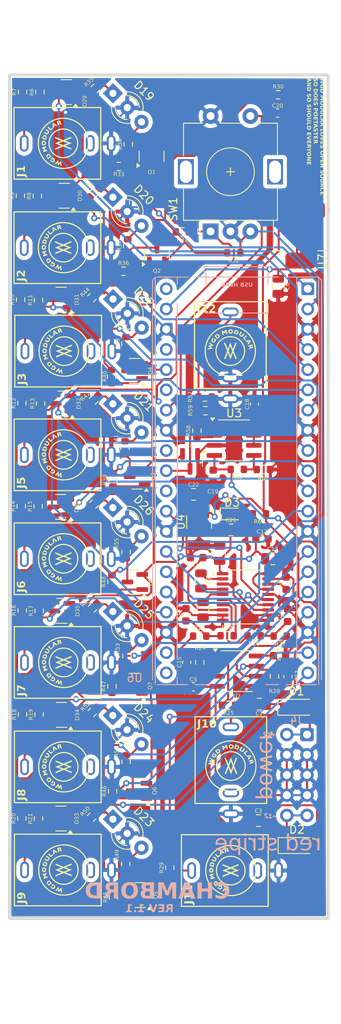
<source format=kicad_pcb>
(kicad_pcb (version 20241229) (generator "pcbnew") (generator_version "9.0")
  (layers (0 "F.Cu" signal) (2 "B.Cu" signal) (13 "F.Paste" user) (15 "B.Paste" user) (5 "F.SilkS" user "F.Silkscreen") (7 "B.SilkS" user "B.Silkscreen") (1 "F.Mask" user) (3 "B.Mask" user) (25 "Edge.Cuts" user))
  (net 0 "")
  (net 1 "GND")
  (net 2 "+12V")
  (net 3 "-12V")
  (net 4 "+5V")
  (net 5 "Net-(U1-CAPP)")
  (net 6 "Net-(U1-CAPM)")
  (net 7 "Net-(U1-VNEG)")
  (net 8 "Net-(U1-LDOO)")
  (net 9 "+3V3")
  (net 10 "Net-(C14-Pad1)")
  (net 11 "Net-(C15-Pad2)")
  (net 12 "Net-(U2A--)")
  (net 13 "Net-(C16-Pad1)")
  (net 14 "Net-(C17-Pad2)")
  (net 15 "Net-(U2B--)")
  (net 16 "GPIO28")
  (net 17 "Net-(D1-A)")
  (net 18 "Net-(D2-K)")
  (net 19 "Net-(D3-A)")
  (net 20 "Net-(D19-A2)")
  (net 21 "Net-(D19-A1)")
  (net 22 "Net-(D20-A2)")
  (net 23 "Net-(D20-A1)")
  (net 24 "Net-(D21-A1)")
  (net 25 "Net-(D21-A2)")
  (net 26 "Net-(D22-A1)")
  (net 27 "Net-(D22-A2)")
  (net 28 "Net-(D23-A1)")
  (net 29 "Net-(D23-A2)")
  (net 30 "Net-(D24-A1)")
  (net 31 "Net-(D24-A2)")
  (net 32 "Net-(D25-A2)")
  (net 33 "Net-(D25-A1)")
  (net 34 "Net-(D26-A1)")
  (net 35 "Net-(D26-A2)")
  (net 36 "TRIGGER 1")
  (net 37 "TRIGGER 2")
  (net 38 "TRIGGER 3")
  (net 39 "TRIGGER 4")
  (net 40 "TRIGGER 8")
  (net 41 "TRIGGER 7")
  (net 42 "TRIGGER 6")
  (net 43 "TRIGGER 5")
  (net 44 "CV")
  (net 46 "Net-(J1-Pad3)")
  (net 47 "Net-(J2-Pad3)")
  (net 49 "Net-(J3-Pad3)")
  (net 51 "Net-(J5-Pad3)")
  (net 53 "Net-(J6-Pad3)")
  (net 55 "Net-(J7-Pad3)")
  (net 57 "Net-(J8-Pad3)")
  (net 60 "Net-(J9-Pad3)")
  (net 61 "Net-(J10-Pad3)")
  (net 63 "Net-(J11-Pad3)")
  (net 65 "Net-(J12-Pad3)")
  (net 66 "Net-(Q1-B)")
  (net 67 "Net-(Q1-C)")
  (net 68 "Net-(Q2-C)")
  (net 69 "Net-(Q2-B)")
  (net 70 "Net-(Q3-C)")
  (net 71 "Net-(Q3-B)")
  (net 72 "Net-(Q4-B)")
  (net 73 "Net-(Q4-C)")
  (net 74 "Net-(Q5-C)")
  (net 75 "Net-(Q5-B)")
  (net 76 "Net-(Q6-C)")
  (net 77 "Net-(Q6-B)")
  (net 78 "Net-(Q7-C)")
  (net 79 "Net-(Q7-B)")
  (net 80 "Net-(Q8-B)")
  (net 81 "Net-(Q8-C)")
  (net 82 "L")
  (net 83 "R")
  (net 84 "GPIO18")
  (net 85 "GPIO19")
  (net 86 "LED 1")
  (net 87 "LED 2")
  (net 88 "LED 4")
  (net 89 "LED 3")
  (net 90 "LED 8")
  (net 91 "LED 7")
  (net 92 "LED 6")
  (net 93 "LED 5")
  (net 94 "Net-(U3A--)")
  (net 95 "-10V")
  (net 96 "Net-(U3B-+)")
  (net 97 "GPIO21")
  (net 98 "GPIO22")
  (net 99 "GPIO20")
  (net 107 "+3.3VA")
  (footprint "Resistor_SMD:R_0603_1608Metric" (layer "F.Cu") (at 50.95 99.89 180)
    (property "Reference" "R26")
    (property "Value" "2K2")
  )
  (footprint "Package_TO_SOT_SMD:SOT-223-3_TabPin2" (layer "F.Cu") (at 56.79 49.59 -90)
    (property "Reference" "U7")
    (property "Value" "AZ1117-5.0")
  )
  (footprint "Capacitor_SMD:C_0603_1608Metric" (layer "F.Cu") (at 42.38 97.245 90)
    (property "Reference" "C14")
    (property "Value" "1n")
  )
  (footprint "LED_THT:LED_D3.0mm-3" (layer "F.Cu") (at 33.2039 44.7839 -45)
    (property "Reference" "D20")
    (property "Value" "3mm LED Com. Cath.")
  )
  (footprint "Capacitor_SMD:C_0805_2012Metric" (layer "F.Cu") (at 53.98 55.97 -90)
    (property "Reference" "C6")
    (property "Value" "10u")
  )
  (footprint "Resistor_SMD:R_0603_1608Metric" (layer "F.Cu") (at 47.565 99.88)
    (property "Reference" "R22")
    (property "Value" "2K2")
  )
  (footprint "Package_TO_SOT_SMD:SOT-23" (layer "F.Cu") (at 26.6475 83.7 180)
    (property "Reference" "D36")
    (property "Value" "BAT54S")
  )
  (footprint "Resistor_SMD:R_0603_1608Metric" (layer "F.Cu") (at 23.8075 83.6175 90)
    (property "Reference" "R15")
    (property "Value" "1K")
  )
  (footprint "Package_TO_SOT_SMD:SOT-23" (layer "F.Cu") (at 27.35 31.57 180)
    (property "Reference" "D29")
    (property "Value" "BAT54S")
  )
  (footprint "Package_SO:SOIC-8_3.9x4.9mm_P1.27mm" (layer "F.Cu") (at 48.78 104.335)
    (property "Reference" "U2")
    (property "Value" "TL072")
  )
  (footprint "Capacitor_SMD:C_0603_1608Metric" (layer "F.Cu") (at 42.48 103.21 90)
    (property "Reference" "C15")
    (property "Value" "100p")
  )
  (footprint "Capacitor_SMD:C_0603_1608Metric" (layer "F.Cu") (at 54.135 102.39)
    (property "Reference" "C4")
    (property "Value" "100n")
  )
  (footprint "LED_THT:LED_D3.0mm-3" (layer "F.Cu") (at 33.2239 57.5839 -45)
    (property "Reference" "D22")
    (property "Value" "3mm LED Com. Cath.")
  )
  (footprint "Package_TO_SOT_SMD:SOT-23-5" (layer "F.Cu") (at 44.04 85.5925 -90)
    (property "Reference" "U4")
    (property "Value" "LD2981ABM33TR")
  )
  (footprint "Resistor_SMD:R_0603_1608Metric" (layer "F.Cu") (at 21.76 122.845 90)
    (property "Reference" "R20")
    (property "Value" "100K")
  )
  (footprint "Resistor_SMD:R_0603_1608Metric" (layer "F.Cu") (at 21.81 96.69 90)
    (property "Reference" "R16")
    (property "Value" "100K")
  )
  (footprint "Resistor_SMD:R_0603_1608Metric" (layer "F.Cu") (at 33.955 40.92 180)
    (property "Reference" "R33")
    (property "Value" "1K")
  )
  (footprint "Resistor_SMD:R_0603_1608Metric" (layer "F.Cu") (at 30.8866 44.19 -135)
    (property "Reference" "R38")
    (property "Value" "330R")
  )
  (footprint "Capacitor_SMD:C_0603_1608Metric" (layer "F.Cu") (at 43.73 90.07 180)
    (property "Reference" "C10")
    (property "Value" "100n")
  )
  (footprint "Package_TO_SOT_SMD:SOT-23" (layer "F.Cu") (at 38.74 52.0525 90)
    (property "Reference" "Q2")
    (property "Value" "MMBT3906")
  )
  (footprint "Package_TO_SOT_SMD:SOT-23" (layer "F.Cu") (at 26.9375 70.7 180)
    (property "Reference" "D32")
    (property "Value" "BAT54S")
  )
  (footprint "Capacitor_SMD:C_0603_1608Metric" (layer "F.Cu") (at 43.325 106.31)
    (property "Reference" "C5")
    (property "Value" "100n")
  )
  (footprint "Resistor_SMD:R_0603_1608Metric" (layer "F.Cu") (at 31 31.12 -135)
    (property "Reference" "R35")
    (property "Value" "330R")
  )
  (footprint "Eurocad:PJ301M-12" (layer "F.Cu") (at 26.98 38.01 90)
    (property "Reference" "J1")
    (property "Value" "PJ301M-12")
  )
  (footprint "Capacitor_SMD:C_0805_2012Metric" (layer "F.Cu") (at 44.53 96.62 -90)
    (property "Reference" "C8")
    (property "Value" "2.2u")
  )
  (footprint "Package_TO_SOT_SMD:SOT-23" (layer "F.Cu") (at 36.2575 79.89 180)
    (property "Reference" "Q3")
    (property "Value" "MMBT3906")
  )
  (footprint "Capacitor_SMD:C_0603_1608Metric" (layer "F.Cu") (at 51.945 87.73)
    (property "Reference" "C12")
    (property "Value" "100n")
  )
  (footprint "Resistor_SMD:R_0603_1608Metric" (layer "F.Cu") (at 23.93 109.79 90)
    (property "Reference" "R19")
    (property "Value" "1K")
  )
  (footprint "Resistor_SMD:R_0603_1608Metric" (layer "F.Cu") (at 53.985 31.91)
    (property "Reference" "R30")
    (property "Value" "100K")
  )
  (footprint "Resistor_SMD:R_0603_1608Metric" (layer "F.Cu") (at 33.29 132.76 90)
    (property "Reference" "R45")
    (property "Value" "1K")
  )
  (footprint "Capacitor_SMD:C_0805_2012Metric" (layer "F.Cu") (at 46.62 89.53 90)
    (property "Reference" "C11")
    (property "Value" "10u")
  )
  (footprint "Resistor_SMD:R_0603_1608Metric" (layer "F.Cu") (at 21.61 57.66 90)
    (property "Reference" "R10")
    (property "Value" "100K")
  )
  (footprint "Eurocad:PJ301M-12" (layer "F.Cu") (at 27.02 103.24 90)
    (property "Reference" "J7")
    (property "Value" "PJ301M-12")
  )
  (footprint "Package_TO_SOT_SMD:SOT-23" (layer "F.Cu") (at 36.4775 119.37 180)
    (property "Reference" "Q6")
    (property "Value" "MMBT3906")
  )
  (footprint "Resistor_SMD:R_0603_1608Metric" (layer "F.Cu") (at 48.835 78.98 180)
    (property "Reference" "R60")
    (property "Value" "12K")
  )
  (footprint "Capacitor_SMD:C_0603_1608Metric" (layer "F.Cu") (at 55.2 105.025 90)
    (property "Reference" "C17")
    (property "Value" "100p")
  )
  (footprint "Resistor_SMD:R_0603_1608Metric" (layer "F.Cu") (at 52.11 79)
    (property "Reference" "R61")
    (property "Value" "100K")
  )
  (footprint "Eurocad:PJ301M-12" (layer "F.Cu") (at 26.98 51.12 90)
    (property "Reference" "J2")
    (property "Value" "PJ301M-12")
  )
  (footprint "Resistor_SMD:R_0603_1608Metric" (layer "F.Cu") (at 30.8334 83.3466 -135)
    (property "Reference" "R56")
    (property "Value" "330R")
  )
  (footprint "Resistor_SMD:R_0603_1608Metric" (layer "F.Cu") (at 48.4 51.77 180)
    (property "Reference" "R32")
    (property "Value" "100K")
  )
  (footprint "LED_THT:LED_D3.0mm-3" (layer "F.Cu") (at 33.2039 83.7939 -45)
    (property "Reference" "D26")
    (property "Value" "3mm LED Com. Cath.")
  )
  (footprint "Eurocad:PJ301M-12" (layer "F.Cu") (at 47.96 64.11)
    (property "Reference" "J12")
    (property "Value" "PJ301M-12")
  )
  (footprint "LED_THT:LED_D3.0mm-3" (layer "F.Cu") (at 33.1939 109.9039 -45)
    (property "Reference" "D24")
    (property "Value" "3mm LED Com. Cath.")
  )
  (footprint "Package_TO_SOT_SMD:SOT-23" (layer "F.Cu") (at 38.07 39.6325 90)
    (property "Reference" "Q1")
    (property "Value" "MMBT3906")
  )
  (footprint "Resistor_SMD:R_0603_1608Metric" (layer "F.Cu") (at 21.86 31.55 90)
    (property "Reference" "R7")
    (property "Value" "1K")
  )
  (footprint "Resistor_SMD:R_0603_1608Metric" (layer "F.Cu") (at 21.77 70.655 90)
    (property "Reference" "R12")
    (property "Value" "100K")
  )
  (footprint "Resistor_SMD:R_0603_1608Metric" (layer "F.Cu") (at 51.615 84.56 180)
    (property "Reference" "R62")
    (property "Value" "2K")
  )
  (footprint "Resistor_SMD:R_0603_1608Metric" (layer "F.Cu") (at 43.76 74.115 -90)
    (property "Reference" "R58")
    (property "Value" "15K")
  )
  (footprint "Resistor_SMD:R_0603_1608Metric" (layer "F.Cu") (at 23.71 44.62 90)
    (property "Reference" "R8")
    (property "Value" "100K")
  )
  (footprint "Resistor_SMD:R_0603_1608Metric" (layer "F.Cu") (at 30.56 57.41 -135)
    (property "Reference" "R44")
    (property "Value" "330R")
  )
  (footprint "Resistor_SMD:R_0603_1608Metric" (layer "F.Cu") (at 34.87 89.355 90)
    (property "Reference" "R55")
    (property "Value" "330R")
  )
  (footprint "Resistor_SMD:R_0603_1608Metric" (layer "F.Cu") (at 33.09 106.245 90)
    (property "Reference" "R47")
    (property "Value" "1K")
  )
  (footprint "Eurocad:PJ301M-12" (layer "F.Cu") (at 48.03 116.26)
    (property "Reference" "J10")
    (property "Value" "PJ301M-12")
  )
  (footprint "Resistor_SMD:R_0603_1608Metric" (layer "F.Cu") (at 30.53 122.69 -135)
    (property "Reference" "R50")
    (property "Value" "330R")
  )
  (footprint "Eurocad:PJ301M-12" (layer "F.Cu") (at 27 77.15 90)
    (property "Reference" "J5")
    (property "Value" "PJ301M-12")
  )
  (footprint "Capacitor_SMD:C_0603_1608Metric" (layer "F.Cu") (at 55.16 97.32 90)
    (property "Reference" "C16")
    (property "Value" "1n")
  )
  (footprint "Resistor_SMD:R_0603_1608Metric" (layer "F.Cu") (at 35.06 50.895 90)
    (property "Reference" "R37")
    (property "Value" "330R")
  )
  (footprint "Package_TO_SOT_SMD:SOT-23" (layer "F.Cu") (at 35.9575 93.13 180)
    (property "Reference" "Q8")
    (property "Value" "MMBT3906")
  )
  (footprint "Resistor_SMD:R_0603_1608Metric" (layer "F.Cu") (at 24.04 31.57 90)
    (property "Reference" "R6")
    (property "Value" "100K")
  )
  (footprint "Resistor_SMD:R_0603_1608Metric" (layer "F.Cu") (at 30.78 70.28 -135)
    (property "Reference" "R42")
    (property "Value" "330R")
  )
  (footprint "Capacitor_SMD:C_0603_1608Metric" (layer "F.Cu") (at 51 70.79 90)
    (property "Reference" "C18")
    (property "Value" "100n")
  )
  (footprint "LED_THT:LED_D3.0mm-3" (layer "F.Cu") (at 33.2139 31.7239 -45)
    (property "Reference" "D19")
    (property "Value" "3mm LED Com. Cath.")
  )
  (footprint "Resistor_SMD:R_0603_1608Metric" (layer "F.Cu") (at 34.86 115.725 90)
    (property "Reference" "R51")
    (property "Value" "330R")
  )
  (footprint "Package_TO_SOT_SMD:SOT-23" (layer "F.Cu") (at 36.6325 132.47 180)
    (property "Reference" "Q5")
    (property "Value" "MMBT3906")
  )
  (footprint "LED_THT:LED_D3.0mm-3" (layer "F.Cu") (at 33.2039 122.9339 -45)
    (property "Reference" "D23")
    (property "Value" "3mm LED Com. Cath.")
  )
  (footprint "Resistor_SMD:R_0603_1608Metric" (layer "F.Cu") (at 35.13 38.13 90)
    (property "Reference" "R34")
    (property "Value" "330R")
  )
  (footprint "Resistor_SMD:R_0603_1608Metric" (layer "F.Cu") (at 30.6 109.51 -135)
    (property "Reference" "R52")
    (property "Value" "330R")
  )
  (footprint "Resistor_SMD:R_0603_1608Metric" (layer "F.Cu") (at 33.09 93.105 90)
    (property "Reference" "R48")
    (property "Value" "1K")
  )
  (footprint "Eurocad:PJ301M-12" (layer "F.Cu") (at 27 90.21 90)
    (property "Reference" "J6")
    (property "Value" "PJ301M-12")
  )
  (footprint "Resistor_SMD:R_0603_1608Metric" (layer "F.Cu") (at 21.58 44.6 90)
    (property "Reference" "R9")
    (property "Value" "1K")
  )
  (footprint "Resistor_SMD:R_0603_1608Metric" (layer "F.Cu") (at 23.86 122.87 90)
    (property "Reference" "R21")
    (property "Value" "1K")
  )
  (footprint "Capacitor_SMD:C_0603_1608Metric" (layer "F.Cu") (at 53.91 34.21)
    (property "Reference" "C20")
    (property "Value" "100n")
  )
  (footprint "Resistor_SMD:R_0603_1608Metric" (layer "F.Cu") (at 34.84 63.19 90)
    (property "Reference" "R43")
    (property "Value" "330R")
  )
  (footprint "Resistor_SMD:R_0603_1608Metric" (layer "F.Cu") (at 21.84 109.775 90)
    (property "Reference" "R18")
    (property "Value" "100K")
  )
  (footprint "Capacitor_SMD:C_0805_2012Metric" (layer "F.Cu") (at 51.5 123.11)
    (property "Reference" "C3")
    (property "Value" "10u")
  )
  (footprint "Package_SO:SOIC-8_3.9x4.9mm_P1.27mm" (layer "F.Cu") (at 48.435 75.325)
    (property "Reference" "U3")
    (property "Value" "TL072")
  )
  (footprint "Resistor_SMD:R_0603_1608Metric" (layer "F.Cu") (at 53.51 104.985 -90)
    (property "Reference" "R28")
    (property "Value" "33K")
  )
  (footprint "Rotary_Encoder:RotaryEncoder_Alps_EC11E-Switch_Vertical_H20mm" (layer "F.Cu") (at 45.48 49.08 90)
    (property "Reference" "SW1")
    (property "Value" "Encoder")
  )
  (footprint "Resistor_SMD:R_0603_1608Metric" (layer "F.Cu") (at 34.73 76.265 90)
    (property "Reference" "R41")
    (property "Value" "330R")
  )
  (footprint "Diode_SMD:D_SOD-123" (layer "F.Cu") (at 56.33 126.25)
    (property "Reference" "D2")
    (property "Value" "1N5819")
  )
  (footprint "Resistor_SMD:R_0603_1608Metric" (layer "F.Cu") (at 30.64 96.4 -135)
    (property "Reference" "R54")
    (property "Value" "330R")
  )
  (footprint "Resistor_SMD:R_0603_1608Metric" (layer "F.Cu") (at 34.97 102.45 90)
    (property "Reference" "R53")
    (property "Value" "330R")
  )
  (footprint "Resistor_SMD:R_0603_1608Metric" (layer "F.Cu") (at 21.6875 83.6075 90)
    (property "Reference" "R14")
    (property "Value" "100K")
  )
  (footprint "Resistor_SMD:R_0603_1608Metric" (layer "F.Cu") (at 33.04 67.325 90)
    (property "Reference" "R40")
    (property "Value" "1K")
  )
  (footprint "Capacitor_SMD:C_0805_2012Metric" (layer "F.Cu") (at 43.35 82.12)
    (property "Reference" "C22")
    (property "Value" "1u")
  )
  (footprint "Resistor_SMD:R_0603_1608Metric" (layer "F.Cu") (at 44.11 99.93)
    (property "Reference" "R23")
    (property "Value" "10K")
  )
  (footprint "Package_TO_SOT_SMD:SOT-23" (layer "F.Cu") (at 26.7 57.6525 180)
    (property "Reference" "D31")
    (property "Value" "BAT54S")
  )
  (footprint "Package_TO_SOT_SMD:SOT-23" (layer "F.Cu") (at 26.68 122.8525 180)
    (property "Reference" "D33")
    (property "Value" "BAT54S")
  )
  (footprint "Capacitor_SMD:C_0603_1608Metric" (layer "F.Cu") (at 45.81 79.85 90)
    (property "Reference" "C19")
    (property "Value" "100n")
  )
  (footprint "Capacitor_SMD:C_0805_2012Metric" (layer "F.Cu") (at 51.6 108.48 180)
    (property "Reference" "C2")
    (property "Value" "10u")
  )
  (footprint "Resistor_SMD:R_0603_1608Metric" (layer "F.Cu") (at 54.23 99.93 180)
    (property "Reference" "R27")
    (property "Value" "10K")
  )
  (footprint "Capacitor_SMD:C_0805_2012Metric" (layer "F.Cu") (at 53.29 90.22)
    (property "Reference" "C13")
    (property "Value" "10u")
  )
  (footprint "Capacitor_SMD:C_0603_1608Metric" (layer "F.Cu") (at 54.98 93.295 90)
    (property "Reference" "C9")
    (property "Value" "100n")
  )
  (footprint "Resistor_SMD:R_0603_1608Metric" (layer "F.Cu") (at 34.545 54.08)
    (property "Reference" "R36")
    (property "Value" "1K")
  )
  (footprint "Resistor_SMD:R_0603_1608Metric" (layer "F.Cu") (at 47.73 108.62 180)
    (property "Reference" "R25")
    (property "Value" "1K")
  )
  (footprint "LED_THT:LED_D3.0mm-3" (layer "F.Cu") (at 33.2039 96.8439 -45)
    (property "Reference" "D25")
    (property "Value" "3mm LED Com. Cath.")
  )
  (footprint "Package_TO_SOT_SMD:SOT-23" (layer "F.Cu") (at 27.09 44.5925 180)
    (property "Reference" "D30")
    (property "Value" "BAT54S")
  )
  (footprint "Resistor_SMD:R_0603_1608Metric" (layer "F.Cu") (at 33.21 80.295 90)
    (property "Reference" "R39")
    (property "Value" "1K")
  )
  (footprint "LED_SMD:LED_0603_1608Metric" (layer "F.Cu") (at 48.1875 84.58)
    (property "Reference" "D3")
    (property "Value" "LED")
  )
  (footprint "Diode_SMD:D_SOD-123" (layer "F.Cu") (at 56.2925 108.87)
    (property "Reference" "D1")
    (property "Value" "1N5819")
  )
  (footprint "Resistor_SMD:R_0603_1608Metric" (layer "F.Cu") (at 40.35 129.035 90)
    (property "Reference" "R29")
    (property "Value" "1K")
  )
  (footprint "Package_TO_SOT_SMD:SOT-23" (layer "F.Cu") (at 42.9 77.9725 -90)
    (property "Reference" "D37")
    (property "Value" "BAT54S")
  )
  (footprint "Resistor_SMD:R_0603_1608Metric" (layer "F.Cu") (at 33.17 119.41 90)
    (property "Reference" "R46")
    (property "Value" "1K")
  )
  (footprint "Resistor_SMD:R_0603_1608Metric" (layer "F.Cu") (at 34.82 128.565 90)
    (property "Reference" "R49")
    (property "Value" "330R")
  )
  (footprint "LED_THT:LED_D3.0mm-3" (layer "F.Cu") (at 33.2039 70.7439 -45)
    (property "Reference" "D21")
    (property "Value" "3mm LED Com. Cath.")
  )
  (footprint "Package_TO_SOT_SMD:SOT-23" (layer "F.Cu") (at 35.9325 66.6 180)
    (property "Reference" "Q4")
    (property "Value" "MMBT3906")
  )
  (footprint "Package_TO_SOT_SMD:SOT-23" (layer "F.Cu") (at 35.9125 106.17 180)
    (property "Reference" "Q7")
    (property "Value" "MMBT3906")
  )
  (footprint "Capacitor_SMD:C_0805_2012Metric" (layer "F.Cu") (at 48.05 86.58)
    (property "Reference" "C21")
    (property "Value" "2u2")
  )
  (footprint "Resistor_SMD:R_0603_1608Metric" (layer "F.Cu") (at 24.12 70.7 90)
    (property "Reference" "R13")
    (property "Value" "1K")
  )
  (footprint "Package_TO_SOT_SMD:SOT-23" (layer "F.Cu") (at 26.79 96.76 180)
    (property "Reference" "D35")
    (property "Value" "BAT54S")
  )
  (footprint "Capacitor_SMD:C_0805_2012Metric" (layer "F.Cu") (at 44.27 92.99 -90)
    (property "Reference" "C7")
    (property "Value" "2.2u")
  )
  (footprint "Resistor_SMD:R_0603_1608Metric" (layer "F.Cu") (at 23.86 57.71 90)
    (property "Reference" "R11")
    (property "Value" "1K")
  )
  (footprint "Resistor_SMD:R_0603_1608Metric" (layer "F.Cu") (at 44.79 69.89 180)
    (property "Reference" "R57")
    (property "Value" "50K")
  )
  (footprint "Resistor_SMD:R_0603_1608Metric" (layer "F.Cu") (at 23.95 96.76 90)
    (property "Reference" "R17")
    (property "Value" "1K")
  )
  (footprint "Package_TO_SOT_SMD:SOT-23" (layer "F.Cu") (at 26.7525 109.83 180)
    (property "Reference" "D34")
    (property "Value" "BAT54S")
  )
  (footprint "Resistor_SMD:R_0603_1608Metric" (layer "F.Cu") (at 44.825 71.61)
    (property "Reference" "R59")
    (property "Value" "100K")
  )
  (footprint "Eurocad:PJ301M-12" (layer "F.Cu") (at 27.03 116.36 90)
    (property "Reference" "J8")
    (property "Value" "PJ301M-12")
  )
  (footprint "Resistor_SMD:R_0603_1608Metric" (layer "F.Cu") (at 44.12 103.2249 -90)
    (property "Reference" "R24")
    (property "Value" "33K")
  )
  (footprint "Eurocad:PJ301M-12" (layer "F.Cu") (at 27.08 64.12 90)
    (property "Reference" "J3")
    (property "Value" "PJ301M-12")
  )
  (footprint "Eurocad:PJ301M-12" (layer "F.Cu") (at 48.02 129.39 90)
    (property "Reference" "J11")
    (property "Value" "PJ301M-12")
  )
  (footprint "Eurocad:PJ301M-12" (layer "F.Cu") (at 27.03 129.32 90)
    (property "Reference" "J9")
    (property "Value" "PJ301M-12")
  )
  (footprint "Package_SO:TSSOP-20_4.4x6.5mm_P0.65mm" (layer "F.Cu") (at 49.8525 95.015)
    (property "Reference" "U1")
    (property "Value" "PCM5102")
  )
  (footprint "Resistor_SMD:R_0603_1608Metric" (layer "F.Cu") (at 41.93 49.13 180)
    (property "Reference" "R31")
    (property "Value" "100K")
  )
  (footprint "Eurocad:Eurorack_Power_Header" (layer "B.Cu") (at 57.6 112.3 180)
    (property "Reference" "J4")
    (property "Value" "EURO_PWR_2x5")
  )
  (footprint "Module:RaspberryPi_Pico_Common_THT" (layer "B.Cu") (at 57.69 56.29 180)
    (property "Reference" "U6")
    (property "Value" "Pico")
  )
  (gr_poly (pts (xy 60.25288 135.409264) (xy 20.220642 135.409264) (xy 20.220642 29.414058) (xy 60.25288 29.414058)) (stroke (width 0.353585) (color 36 51 11 1)) (fill no) (layer "Edge.Cuts"))
  (gr_text "WGD MODULAR LOVES OPEN SOURCE\nSO DOES POETASTER\nAND SO SHOULD EVERYONE" (at 57.51 29.78 270) (layer "F.SilkS") (effects (font (size 0.5 0.5) (thickness 0.125) (bold yes) (italic yes)) (justify left bottom)))
  (gr_text "CHAMBORD" (at 47.98 133.25 0) (layer "B.SilkS") (effects (font (size 2 2) (thickness 0.3) (bold yes) (italic yes)) (justify left bottom mirror)))
  (gr_text "USB HERE" (at 50.79 56.11 0) (layer "B.SilkS") (effects (font (size 0.5 0.5) (thickness 0.125) (bold yes) (italic yes)) (justify left bottom mirror)))
  (gr_text "REV 1.1" (at 40.85 134.8 0) (layer "B.SilkS") (effects (font (size 1 1) (thickness 0.25) (bold yes) (italic yes)) (justify left bottom mirror)))
  (segment (start 55.06 114.84) (end 50.65 110.43) (width 0.25) (layer "F.Cu") (net 1))
  (segment (start 48.4498 85.6298) (end 47.4 84.58) (width 0.25) (layer "F.Cu") (net 1))
  (segment (start 59.09 47.96) (end 59.09 46.44) (width 0.25) (layer "F.Cu") (net 1))
  (segment (start 48.3652 93.9823) (end 48.3652 94.8002) (width 0.25) (layer "F.Cu") (net 1))
  (segment (start 55.6 92.52) (end 55.89 92.81) (width 0.25) (layer "F.Cu") (net 1))
  (segment (start 48.3652 94.8002) (end 50.855 97.29) (width 0.25) (layer "F.Cu") (net 1))
  (segment (start 42.464 89.579) (end 42.464 85.464) (width 0.25) (layer "F.Cu") (net 1))
  (segment (start 32.1049 129.32) (end 32.1049 128.2899) (width 0.25) (layer "F.Cu") (net 1))
  (segment (start 57.69 99.47) (end 54.91 102.25) (width 0.25) (layer "F.Cu") (net 1))
  (segment (start 22.4486 104.7013) (end 27.7275 99.4224) (width 0.25) (layer "F.Cu") (net 1))
  (segment (start 35.02 59.38) (end 32.5301 59.38) (width 0.25) (layer "F.Cu") (net 1))
  (segment (start 21.84 110.6) (end 20.96 109.72) (width 0.25) (layer "F.Cu") (net 1))
  (segment (start 46.305 104.97) (end 43.89 104.97) (width 0.25) (layer "F.Cu") (net 1))
  (segment (start 56.514 72.894) (end 56.514 62.546) (width 0.25) (layer "F.Cu") (net 1))
  (segment (start 21.1132 78.575) (end 21.1784 78.6402) (width 0.25) (layer "F.Cu") (net 1))
  (segment (start 58.8842 77.95) (end 58.8842 75.2642) (width 0.25) (layer "F.Cu") (net 1))
  (segment (start 22.4729 78.6402) (end 27.875 73.2381) (width 0.25) (layer "F.Cu") (net 1))
  (segment (start 47.7729 93.39) (end 48.3652 93.9823) (width 0.25) (layer "F.Cu") (net 1))
  (segment (start 50.855 97.29) (end 52.715 97.29) (width 0.25) (layer "F.Cu") (net 1))
  (segment (start 55.89 94.76) (end 55.16 95.49) (width 0.25) (layer "F.Cu") (net 1))
  (segment (start 43.89 104.97) (end 42.9974 105.8626) (width 0.25) (layer "F.Cu") (net 1))
  (segment (start 41.37 81.13) (end 42.12 80.38) (width 0.25) (layer "F.Cu") (net 1))
  (segment (start 55.06 119.92) (end 55.06 117.38) (width 0.25) (layer "F.Cu") (net 1))
  (segment (start 50.65 110.43) (end 50.65 108.48) (width 0.25) (layer "F.Cu") (net 1))
  (segment (start 20.8014 83.5464) (end 21.6875 84.4325) (width 0.25) (layer "F.Cu") (net 1))
  (segment (start 20.8014 79.0172) (end 20.8014 83.5464) (width 0.25) (layer "F.Cu") (net 1))
  (segment (start 20.7504 56.3703) (end 23.8075 53.3132) (width 0.25) (layer "F.Cu") (net 1))
  (segment (start 48.03 122.26) (end 49.4551 122.26) (width 0.25) (layer "F.Cu") (net 1))
  (segment (start 43.204 97.294) (end 42.38 96.47) (width 0.25) (layer "F.Cu") (net 1))
  (segment (start 49.5301 70.015) (end 49.4351 70.11) (width 0.25) (layer "F.Cu") (net 1))
  (segment (start 46.99 93.39) (end 47.7729 93.39) (width 0.25) (layer "F.Cu") (net 1))
  (segment (start 42.955 90.07) (end 42.464 89.579) (width 0.25) (layer "F.Cu") (net 1))
  (segment (start 41.0852 100.6452) (end 41.0852 103.9505) (width 0.25) (layer "F.Cu") (net 1))
  (segment (start 52.72 87.73) (end 50.6198 85.6298) (width 0.25) (layer "F.Cu") (net 1))
  (segment (start 58.8842 85.5758) (end 58.8842 77.95) (width 0.25) (layer "F.Cu") (net 1))
  (segment (start 33.0401 75.6848) (end 33 75.7249) (width 0.25) (layer "F.Cu") (net 1))
  (segment (start 43.4 80.38) (end 43.645 80.625) (width 0.25) (layer "F.Cu") (net 1))
  (segment (start 33.0401 72.54) (end 33.0401 75.6848) (width 0.25) (layer "F.Cu") (net 1))
  (segment (start 54.98 92.52) (end 55.6 92.52) (width 0.25) (layer "F.Cu") (net 1))
  (segment (start 21.81 97.515) (end 20.9069 96.6119) (width 0.25) (layer "F.Cu") (net 1))
  (segment (start 20.96 104.9138) (end 21.1725 104.7013) (width 0.25) (layer "F.Cu") (net 1))
  (segment (start 32.98 51.12) (end 32.98 48.6) (width 0.25) (layer "F.Cu") (net 1))
  (segment (start 43.9129 77.035) (end 43.9129 78.7279) (width 0.25) (layer "F.Cu") (net 1))
  (segment (start 50.55 122.473) (end 49.6681 122.473) (width 0.25) (layer "F.Cu") (net 1))
  (segment (start 53.98 56.92) (end 53.98 57.66) (width 0.25) (layer "F.Cu") (net 1))
  (segment (start 51 70.015) (end 49.5301 70.015) (width 0.25) (layer "F.Cu") (net 1))
  (segment (start 39.91 98.7659) (end 39.91 99.47) (width 0.25) (layer "F.Cu") (net 1))
  (segment (start 45.81 80.625) (end 45.81 82.99) (width 0.25) (layer "F.Cu") (net 1))
  (segment (start 55.89 92.81) (end 55.89 94.76) (width 0.25) (layer "F.Cu") (net 1))
  (segment (start 21.1841 111.2559) (end 21.1841 117.8025) (width 0.25) (layer "F.Cu") (net 1))
  (segment (start 50.55 122.473) (end 50.55 123.11) (width 0.25) (layer "F.Cu") (net 1))
  (segment (start 59.49 53.97) (end 59.49 48.36) (width 0.25) (layer "F.Cu") (net 1))
  (segment (start 22.4816 117.8025) (end 21.1841 117.8025) (width 0.25) (layer "F.Cu") (net 1))
  (segment (start 54.6083 92.74) (end 54.76 92.74) (width 0.25) (layer "F.Cu") (net 1))
  (segment (start 47.96 67.49) (end 47.96 70.11) (width 0.25) (layer "F.Cu") (net 1))
  (segment (start 27.875 73.2381) (end 27.875 71.65) (width 0.25) (layer "F.Cu") (net 1))
  (segment (start 53.98 56.92) (end 56.3 54.6) (width 0.25) (layer "F.Cu") (net 1))
  (segment (start 49 85.6298) (end 49 86.58) (width 0.25) (layer "F.Cu") (net 1))
  (segment (start 35 72.54) (end 33.0401 72.54) (width 0.25) (layer "F.Cu") (net 1))
  (segment (start 43.9129 78.7279) (end 45.81 80.625) (width 0.25) (layer "F.Cu") (net 1))
  (segment (start 55.16 96.545) (end 57.69 99.075) (width 0.25) (layer "F.Cu") (net 1))
  (segment (start 33.0401 72.54) (end 30.4351 69.935) (width 0.25) (layer "F.Cu") (net 1))
  (segment (start 29.59 69.935) (end 27.875 71.65) (width 0.25) (layer "F.Cu") (net 1))
  (segment (start 46.99 97.29) (end 44.534 97.29) (width 0.25) (layer "F.Cu") (net 1))
  (segment (start 53.103 119.92) (end 50.55 122.473) (width 0.25) (layer "F.Cu") (net 1))
  (segment (start 20.8735 70.5835) (end 20.8735 59.2215) (width 0.25) (layer "F.Cu") (net 1))
  (segment (start 57.69 74.07) (end 56.514 72.894) (width 0.25) (layer "F.Cu") (net 1))
  (segment (start 29.218 57.022) (end 27.6375 58.6025) (width 0.25) (layer "F.Cu") (net 1))
  (segment (start 27.69 112.5941) (end 22.4816 117.8025) (width 0.25) (layer "F.Cu") (net 1))
  (segment (start 21.102 85.018) (end 21.6875 84.4325) (width 0.25) (layer "F.Cu") (net 1))
  (segment (start 42.63 90.09) (end 44.14 88.58) (width 0.25) (layer "F.Cu") (net 1))
  (segment (start 42.12 80.38) (end 43.4 80.38) (width 0.25) (layer "F.Cu") (net 1))
  (segment (start 58.64 46.28) (end 58.64 38.165) (width 0.25) (layer "F.Cu") (net 1))
  (segment (start 44.3 82.12) (end 44.315 82.12) (width 0.25) (layer "F.Cu") (net 1))
  (segment (start 21.102 91.6448) (end 21.102 85.018) (width 0.25) (layer "F.Cu") (net 1))
  (segment (start 47.96 70.11) (end 49.4351 70.11) (width 0.25) (layer "F.Cu") (net 1))
  (segment (start 45.81 82.99) (end 47.4 84.58) (width 0.25) (layer "F.Cu") (net 1))
  (segment (start 21.1784 78.6402) (end 20.8014 79.0172) (width 0.25) (layer "F.Cu") (net 1))
  (segment (start 21.1784 78.6402) (end 22.4729 78.6402) (width 0.25) (layer "F.Cu") (net 1))
  (segment (start 59.49 48.36) (end 59.09 47.96) (width 0.25) (layer "F.Cu") (net 1))
  (segment (start 33 77.15) (end 33 75.7249) (width 0.25) (layer "F.Cu") (net 1))
  (segment (start 49 85.6298) (end 48.4498 85.6298) (width 0.25) (layer "F.Cu") (net 1))
  (segment (start 41.37 84.37) (end 41.37 81.13) (width 0.25) (layer "F.Cu") (net 1))
  (segment (start 58.8842 75.2642) (end 57.69 74.07) (width 0.25) (layer "F.Cu") (net 1))
  (segment (start 27.585 86.5241) (end 22.4643 91.6448) (width 0.25) (layer "F.Cu") (net 1))
  (segment (start 53.985 77.95) (end 52.935 79) (width 0.25) (layer "F.Cu") (net 1))
  (segment (start 44.14 88.58) (end 46.62 88.58) (width 0.25) (layer "F.Cu") (net 1))
  (segment (start 54.6901 96.075) (end 55.16 96.545) (width 0.25) (layer "F.Cu") (net 1))
  (segment (start 57.6 119.92) (end 57.6 117.38) (width 0.25) (layer "F.Cu") (net 1))
  (segment (start 21.1132 72.1368) (end 21.1132 78.575) (width 0.25) (layer "F.Cu") (net 1))
  (segment (start 25.7571 34.1121) (end 27.2604 34.1121) (width 0.25) (layer "F.Cu") (net 1))
  (segment (start 21.1725 98.1525) (end 21.1725 104.7013) (width 0.25) (layer "F.Cu") (net 1))
  (segment (start 55.16 95.49) (end 55.16 96.545) (width 0.25) (layer "F.Cu") (net 1))
  (segment (start 21.84 110.6) (end 21.1841 111.2559) (width 0.25) (layer "F.Cu") (net 1))
  (segment (start 42.464 85.464) (end 41.37 84.37) (width 0.25) (layer "F.Cu") (net 1))
  (segment (start 41.0852 103.9505) (end 42.9974 105.8626) (width 0.25) (layer "F.Cu") (net 1))
  (segment (start 32.5301 59.38) (end 30.1721 57.022) (width 0.25) (layer "F.Cu") (net 1))
  (segment (start 21.81 97.515) (end 21.1725 98.1525) (width 0.25) (layer "F.Cu") (net 1))
  (segment (start 21.1725 104.7013) (end 22.4486 104.7013) (width 0.25) (layer "F.Cu") (net 1))
  (segment (start 32.98 48.6) (end 35 46.58) (width 0.25) (layer "F.Cu") (net 1))
  (segment (start 20.96 109.72) (end 20.96 104.9138) (width 0.25) (layer "F.Cu") (net 1))
  (segment (start 46.99 97.94) (end 46.99 97.29) (width 0.25) (layer "F.Cu") (net 1))
  (segment (start 23.8075 53.3132) (end 23.8075 45.5425) (width 0.25) (layer "F.Cu") (net 1))
  (segment (start 56.514 62.546) (end 57.69 61.37) (width 0.25) (layer "F.Cu") (net 1))
  (segment (start 20.8735 59.2215) (end 21.61 58.485) (width 0.25) (layer "F.Cu") (net 1))
  (segment (start 33.03 129.32) (end 32.1049 129.32) (width 0.25) (layer "F.Cu") (net 1))
  (segment (start 52.715 94.69) (end 53.5465 94.69) (width 0.25) (layer "F.Cu") (net 1))
  (segment (start 24.04 32.395) (end 25.7571 34.1121) (width 0.25) (layer "F.Cu") (net 1))
  (segment (start 44.04 84.455) (end 44.04 82.38) (width 0.25) (layer "F.Cu") (net 1))
  (segment (start 50.65 108.48) (end 50.65 106.845) (width 0.25) (layer "F.Cu") (net 1))
  (segment (start 39.91 99.47) (end 41.0852 100.6452) (width 0.25) (layer "F.Cu") (net 1))
  (segment (start 42.38 96.47) (end 40.0841 98.7659) (width 0.25) (layer "F.Cu") (net 1))
  (segment (start 20.9069 91.8399) (end 21.102 91.6448) (width 0.25) (layer "F.Cu") (net 1))
  (segment (start 45.96 75.96) (end 44.9879 75.96) (width 0.25) (layer "F.Cu") (net 1))
  (segment (start 44.04 82.38) (end 44.3 82.12) (width 0.25) (layer "F.Cu") (net 1))
  (segment (start 57.69 86.77) (end 58.8842 85.5758) (width 0.25) (layer "F.Cu") (net 1))
  (segment (start 27.7275 99.4224) (end 27.7275 97.71) (width 0.25) (layer "F.Cu") (net 1))
  (segment (start 58.64 38.165) (end 54.685 34.21) (width 0.25) (layer "F.Cu") (net 1))
  (segment (start 27.585 84.65) (end 27.585 86.5241) (width 0.25) (layer "F.Cu") (net 1))
  (segment (start 50.65 106.845) (end 51.255 106.24) (width 0.25) (layer "F.Cu") (net 1))
  (segment (start 57.6 117.38) (end 57.6 114.84) (width 0.25) (layer "F.Cu") (net 1))
  (segment (start 54.6083 92.74) (end 54.6083 90.5883) (width 0.25) (layer "F.Cu") (net 1))
  (segment (start 20.9069 96.6119) (end 20.9069 91.8399) (width 0.25) (layer "F.Cu") (net 1))
  (segment (start 58.8842 77.95) (end 53.985 77.95) (width 0.25) (layer "F.Cu") (net 1))
  (segment (start 54.6901 95.8336) (end 54.6901 96.075) (width 0.25) (layer "F.Cu") (net 1))
  (segment (start 49.6681 122.473) (end 49.4551 122.26) (width 0.25) (layer "F.Cu") (net 1))
  (segment (start 21.77 71.48) (end 21.1132 72.1368) (width 0.25) (layer "F.Cu") (net 1))
  (segment (start 20.886 118.1006) (end 20.886 122.796) (width 0.25) (layer "F.Cu") (net 1))
  (segment (start 53.98 57.66) (end 57.69 61.37) (width 0.25) (layer "F.Cu") (net 1))
  (segment (start 52.72 88.7) (end 52.72 87.73) (width 0.25) (layer "F.Cu") (net 1))
  (segment (start 42.9974 105.8626) (end 42.55 106.31) (width 0.25) (layer "F.Cu") (net 1))
  (segment (start 20.886 122.796) (end 21.76 123.67) (width 0.25) (layer "F.Cu") (net 1))
  (segment (start 27.69 110.78) (end 27.69 112.5941) (width 0.25) (layer "F.Cu") (net 1))
  (segment (start 28.2875 33.085) (end 28.2875 32.52) (width 0.25) (layer "F.Cu") (net 1))
  (segment (start 32.1049 128.2899) (end 27.6175 123.8025) (width 0.25) (layer "F.Cu") (net 1))
  (segment (start 30.1721 57.022) (end 29.218 57.022) (width 0.25) (layer "F.Cu") (net 1))
  (segment (start 43.645 80.625) (end 45.81 80.625) (width 0.25) (layer "F.Cu") (net 1))
  (segment (start 52.715 92.74) (end 54.6083 92.74) (width 0.25) (layer "F.Cu") (net 1))
  (segment (start 55.06 119.92) (end 53.103 119.92) (width 0.25) (layer "F.Cu") (net 1))
  (segment (start 44.53 97.294) (end 43.204 97.294) (width 0.25) (layer "F.Cu") (net 1))
  (segment (start 23.8075 45.5425) (end 28.0275 45.5425) (width 0.25) (layer "F.Cu") (net 1))
  (segment (start 20.7504 57.6254) (end 20.7504 56.3703) (width 0.25) (layer "F.Cu") (net 1))
  (segment (start 21.77 71.48) (end 20.8735 70.5835) (width 0.25) (layer "F.Cu") (net 1))
  (segment (start 55.06 117.38) (end 55.06 114.84) (width 0.25) (layer "F.Cu") (net 1))
  (segment (start 27.2604 34.1121) (end 28.2875 33.085) (width 0.25) (layer "F.Cu") (net 1))
  (segment (start 21.61 58.485) (end 20.7504 57.6254) (width 0.25) (layer "F.Cu") (net 1))
  (segment (start 54.6901 96.075) (end 53.4751 97.29) (width 0.25) (layer "F.Cu") (net 1))
  (segment (start 56.3 54.6) (end 58.86 54.6) (width 0.25) (layer "F.Cu") (net 1))
  (segment (start 50.6198 85.6298) (end 49 85.6298) (width 0.25) (layer "F.Cu") (net 1))
  (segment (start 22.4643 91.6448) (end 21.102 91.6448) (width 0.25) (layer "F.Cu") (net 1))
  (segment (start 39.91 98.7659) (end 35.1259 98.7659) (width 0.25) (layer "F.Cu") (net 1))
  (segment (start 21.1841 117.8025) (end 20.886 118.1006) (width 0.25) (layer "F.Cu") (net 1))
  (segment (start 54.24 90.22) (end 52.72 88.7) (width 0.25) (layer "F.Cu") (net 1))
  (segment (start 44.315 82.12) (end 45.81 80.625) (width 0.25) (layer "F.Cu") (net 1))
  (segment (start 53.5465 94.69) (end 54.6901 95.8336) (width 0.25) (layer "F.Cu") (net 1))
  (segment (start 40.0841 98.7659) (end 39.91 98.7659) (width 0.25) (layer "F.Cu") (net 1))
  (segment (start 58.86 54.6) (end 59.49 53.97) (width 0.25) (layer "F.Cu") (net 1))
  (segment (start 44.9879 75.96) (end 43.9129 77.035) (width 0.25) (layer "F.Cu") (net 1))
  (segment (start 53.4751 97.29) (end 52.715 97.29) (width 0.25) (layer "F.Cu") (net 1))
  (segment (start 30.4351 69.935) (end 29.59 69.935) (width 0.25) (layer "F.Cu") (net 1))
  (segment (start 52.715 97.29) (end 52.715 97.94) (width 0.25) (layer "F.Cu") (net 1))
  (via (at 27.2604 34.1121) (size 0.8) (drill 0.4) (layers "F.Cu" "B.Cu") (net 1))
  (segment (start 28.5762 106.9795) (end 28.3556 106.9795) (width 0.25) (layer "B.Cu") (net 1))
  (segment (start 27.7307 108.1489) (end 33.0267 113.4449) (width 0.25) (layer "B.Cu") (net 1))
  (segment (start 57.69 74.07) (end 53.73 70.11) (width 0.25) (layer "B.Cu") (net 1))
  (segment (start 47.96 67.49) (end 47.96 66.5649) (width 0.25) (layer "B.Cu") (net 1))
  (segment (start 32.0949 103.4608) (end 28.5762 106.9795) (width 0.25) (layer "B.Cu") (net 1))
  (segment (start 35.02 52.2349) (end 33.9051 51.12) (width 0.25) (layer "B.Cu") (net 1))
  (segment (start 58.8941 98.2659) (end 58.8941 87.9741) (width 0.25) (layer "B.Cu") (net 1))
  (segment (start 48.03 122.26) (end 48.03 123.1851) (width 0.25) (layer "B.Cu") (net 1))
  (segment (start 33.2451 121.0068) (end 35 122.7617) (width 0.25) (layer "B.Cu") (net 1))
  (segment (start 47.96 70.11) (end 43.87 70.11) (width 0.25) (layer "B.Cu") (net 1))
  (segment (start 35.4676 46.0319) (end 35.4676 39.5725) (width 0.25) (layer "B.Cu") (net 1))
  (segment (start 44.6191 33.7191) (end 45.48 34.58) (width 0.25) (layer "B.Cu") (net 1))
  (segment (start 46.1032 122.7617) (end 46.6049 122.26) (width 0.25) (layer "B.Cu") (net 1))
  (segment (start 33.08 61.1761) (end 33.08 64.12) (width 0.25) (layer "B.Cu") (net 1))
  (segment (start 27.7307 107.6044) (end 27.7307 108.1489) (width 0.25) (layer "B.Cu") (net 1))
  (segment (start 38.73 85.59) (end 35 85.59) (width 0.25) (layer "B.Cu") (net 1))
  (segment (start 39.91 86.77) (end 38.73 85.59) (width 0.25) (layer "B.Cu") (net 1))
  (segment (start 39.91 61.37) (end 37.92 59.38) (width 0.25) (layer "B.Cu") (net 1))
  (segment (start 33.03 126.7) (end 33.03 129.32) (width 0.25) (layer "B.Cu") (net 1))
  (segment (start 57.69 99.47) (end 58.8941 98.2659) (width 0.25) (layer "B.Cu") (net 1))
  (segment (start 35 72.54) (end 38.38 72.54) (width 0.25) (layer "B.Cu") (net 1))
  (segment (start 47.96 66.5649) (end 45.1049 66.5649) (width 0.25) (layer "B.Cu") (net 1))
  (segment (start 58.9138 113.5262) (end 57.6 114.84) (width 0.25) (layer "B.Cu") (net 1))
  (segment (start 45.0209 46.0319) (end 35.4676 46.0319) (width 0.25) (layer "B.Cu") (net 1))
  (segment (start 33 90.21) (end 33 87.59) (width 0.25) (layer "B.Cu") (net 1))
  (segment (start 32.98 35.7491) (end 35.01 33.7191) (width 0.25) (layer "B.Cu") (net 1))
  (segment (start 32.98 38.01) (end 33.9051 38.01) (width 0.25) (layer "B.Cu") (net 1))
  (segment (start 58.9138 100.6938) (end 58.9138 113.5262) (width 0.25) (layer "B.Cu") (net 1))
  (segment (start 34.8761 59.38) (end 33.08 61.1761) (width 0.25) (layer "B.Cu") (net 1))
  (segment (start 32.98 35.7491) (end 28.8974 35.7491) (width 0.25) (layer "B.Cu") (net 1))
  (segment (start 35 124.73) (end 33.03 126.7) (width 0.25) (layer "B.Cu") (net 1))
  (segment (start 43.87 70.11) (end 39.91 74.07) (width 0.25) (layer "B.Cu") (net 1))
  (segment (start 33.02 103.24) (end 32.0949 103.24) (width 0.25) (layer "B.Cu") (net 1))
  (segment (start 37.92 59.38) (end 35.02 59.38) (width 0.25) (layer "B.Cu") (net 1))
  (segment (start 53.73 70.11) (end 47.96 70.11) (width 0.25) (layer "B.Cu") (net 1))
  (segment (start 45.1049 66.5649) (end 39.91 61.37) (width 0.25) (layer "B.Cu") (net 1))
  (segment (start 32.98 51.12) (end 33.9051 51.12) (width 0.25) (layer "B.Cu") (net 1))
  (segment (start 33.2451 116.36) (end 33.2451 121.0068) (width 0.25) (layer "B.Cu") (net 1))
  (segment (start 32.0949 103.24) (end 32.0949 103.4608) (width 0.25) (layer "B.Cu") (net 1))
  (segment (start 33 87.59) (end 35 85.59) (width 0.25) (layer "B.Cu") (net 1))
  (segment (start 33.2451 113.4449) (end 33.2451 116.36) (width 0.25) (layer "B.Cu") (net 1))
  (segment (start 38.38 72.54) (end 39.91 74.07) (width 0.25) (layer "B.Cu") (net 1))
  (segment (start 48.03 123.1851) (end 52.8098 127.9649) (width 0.25) (layer "B.Cu") (net 1))
  (segment (start 33.2638 103.24) (end 33.2638 100.3762) (width 0.25) (layer "B.Cu") (net 1))
  (segment (start 33.2451 113.4449) (end 34.99 111.7) (width 0.25) (layer "B.Cu") (net 1))
  (segment (start 32.98 38.01) (end 32.98 35.7491) (width 0.25) (layer "B.Cu") (net 1))
  (segment (start 28.3556 106.9795) (end 27.7307 107.6044) (width 0.25) (layer "B.Cu") (net 1))
  (segment (start 28.8974 35.7491) (end 27.2604 34.1121) (width 0.25) (layer "B.Cu") (net 1))
  (segment (start 35 122.7617) (end 46.1032 122.7617) (width 0.25) (layer "B.Cu") (net 1))
  (segment (start 35 122.7617) (end 35 124.73) (width 0.25) (layer "B.Cu") (net 1))
  (segment (start 33.2638 100.3762) (end 35 98.64) (width 0.25) (layer "B.Cu") (net 1))
  (segment (start 35.01 33.7191) (end 44.6191 33.7191) (width 0.25) (layer "B.Cu") (net 1))
  (segment (start 57.69 99.47) (end 58.9138 100.6938) (width 0.25) (layer "B.Cu") (net 1))
  (segment (start 57.6 119.92) (end 55.06 119.92) (width 0.25) (layer "B.Cu") (net 1))
  (segment (start 54.02 129.39) (end 54.02 127.9649) (width 0.25) (layer "B.Cu") (net 1))
  (segment (start 33.0267 113.4449) (end 33.2451 113.4449) (width 0.25) (layer "B.Cu") (net 1))
  (segment (start 58.8941 87.9741) (end 57.69 86.77) (width 0.25) (layer "B.Cu") (net 1))
  (segment (start 35.02 59.38) (end 35.02 52.2349) (width 0.25) (layer "B.Cu") (net 1))
  (segment (start 48.03 122.26) (end 46.6049 122.26) (width 0.25) (layer "B.Cu") (net 1))
  (segment (start 35.4676 39.5725) (end 33.9051 38.01) (width 0.25) (layer "B.Cu") (net 1))
  (segment (start 47.98 48.991) (end 45.0209 46.0319) (width 0.25) (layer "B.Cu") (net 1))
  (segment (start 52.8098 127.9649) (end 54.02 127.9649) (width 0.25) (layer "B.Cu") (net 1))
  (segment (start 52.1557 84.2757) (end 52.44 84.56) (width 0.25) (layer "F.Cu") (net 2))
  (segment (start 47.34 82.22) (end 47.78 82.66) (width 0.25) (layer "F.Cu") (net 2))
  (segment (start 43.72 85.72) (end 43.74 85.7) (width 0.25) (layer "F.Cu") (net 2))
  (segment (start 51 73.42) (end 51 71.565) (width 0.25) (layer "F.Cu") (net 2))
  (segment (start 44.54 85.7) (end 44.99 85.25) (width 0.25) (layer "F.Cu") (net 2))
  (segment (start 54.04 51.5466) (end 52.0629 53.5237) (width 0.25) (layer "F.Cu") (net 2))
  (segment (start 52.1557 78.2541) (end 52.3365 78.0733) (width 0.25) (layer "F.Cu") (net 2))
  (segment (start 52.3365 74.353) (end 51.4035 73.42) (width 0.25) (layer "F.Cu") (net 2))
  (segment (start 53.36 102.39) (end 51.295 102.39) (width 0.25) (layer "F.Cu") (net 2))
  (segment (start 54.2297 103.2597) (end 53.36 102.39) (width 0.25) (layer "F.Cu") (net 2))
  (segment (start 43.09 84.455) (end 43.09 85.09) (width 0.25) (layer "F.Cu") (net 2))
  (segment (start 47.78 82.66) (end 50.54 82.66) (width 0.25) (layer "F.Cu") (net 2))
  (segment (start 52.1557 78.2541) (end 52.1557 84.2757) (width 0.25) (layer "F.Cu") (net 2))
  (segment (start 54.2525 108.48) (end 54.6425 108.87) (width 0.25) (layer "F.Cu") (net 2))
  (segment (start 58.882 99.9383) (end 58.882 96.4518) (width 0.25) (layer "F.Cu") (net 2))
  (segment (start 52.0629 70.5021) (end 51 71.565) (width 0.25) (layer "F.Cu") (net 2))
  (segment (start 52.44 85.5314) (end 52.44 84.56) (width 0.25) (layer "F.Cu") (net 2))
  (segment (start 43.09 85.09) (end 43.72 85.72) (width 0.25) (layer "F.Cu") (net 2))
  (segment (start 56.0652 103.2597) (end 56.0652 101.9729) (width 0.25) (layer "F.Cu") (net 2))
  (segment (start 57.204 95.66) (end 56.5148 94.9708) (width 0.25) (layer "F.Cu") (net 2))
  (segment (start 56.0652 107.4473) (end 56.0652 103.2597) (width 0.25) (layer "F.Cu") (net 2))
  (segment (start 52.3365 78.0733) (end 52.3365 74.353) (width 0.25) (layer "F.Cu") (net 2))
  (segment (start 44.99 85.25) (end 44.99 84.455) (width 0.25) (layer "F.Cu") (net 2))
  (segment (start 42.4 82.12) (end 42.4 83.765) (width 0.25) (layer "F.Cu") (net 2))
  (segment (start 58.0902 95.66) (end 57.204 95.66) (width 0.25) (layer "F.Cu") (net 2))
  (segment (start 56.0652 101.9729) (end 57.3009 100.7372) (width 0.25) (layer "F.Cu") (net 2))
  (segment (start 54.6425 108.87) (end 56.0652 107.4473) (width 0.25) (layer "F.Cu") (net 2))
  (segment (start 57.3009 100.7372) (end 58.0831 100.7372) (width 0.25) (layer "F.Cu") (net 2))
  (segment (start 56.5148 94.9708) (end 56.5148 89.6062) (width 0.25) (layer "F.Cu") (net 2))
  (segment (start 56.0652 103.2597) (end 54.2297 103.2597) (width 0.25) (layer "F.Cu") (net 2))
  (segment (start 44.99 84.455) (end 45.505 84.455) (width 0.25) (layer "F.Cu") (net 2))
  (segment (start 56.5148 89.6062) (end 52.44 85.5314) (width 0.25) (layer "F.Cu") (net 2))
  (segment (start 54.04 46.28) (end 54.04 51.5466) (width 0.25) (layer "F.Cu") (net 2))
  (segment (start 50.54 82.66) (end 52.44 84.56) (width 0.25) (layer "F.Cu") (net 2))
  (segment (start 42.4 83.765) (end 43.09 84.455) (width 0.25) (layer "F.Cu") (net 2))
  (segment (start 45.505 84.455) (end 45.98 84.93) (width 0.25) (layer "F.Cu") (net 2))
  (segment (start 52.55 108.48) (end 54.2525 108.48) (width 0.25) (layer "F.Cu") (net 2))
  (segment (start 52.0629 53.5237) (end 52.0629 70.5021) (width 0.25) (layer "F.Cu") (net 2))
  (segment (start 58.0831 100.7372) (end 58.882 99.9383) (width 0.25) (layer "F.Cu") (net 2))
  (segment (start 58.882 96.4518) (end 58.0902 95.66) (width 0.25) (layer "F.Cu") (net 2))
  (segment (start 43.74 85.7) (end 44.54 85.7) (width 0.25) (layer "F.Cu") (net 2))
  (via (at 47.34 82.22) (size 0.8) (drill 0.4) (layers "F.Cu" "B.Cu") (net 2))
  (via (at 45.98 84.93) (size 0.8) (drill 0.4) (layers "F.Cu" "B.Cu") (net 2))
  (segment (start 47.34 82.22) (end 46.9 82.66) (width 0.25) (layer "B.Cu") (net 2))
  (segment (start 46.57 82.66) (end 45.98 83.25) (width 0.25) (layer "B.Cu") (net 2))
  (segment (start 46.9 82.66) (end 46.57 82.66) (width 0.25) (layer "B.Cu") (net 2))
  (segment (start 45.98 83.25) (end 45.98 84.93) (width 0.25) (layer "B.Cu") (net 2))
  (segment (start 52.45 123.11) (end 51.3157 124.2443) (width 0.25) (layer "F.Cu") (net 3))
  (segment (start 53.9588 85.1176) (end 56.8813 88.0401) (width 0.25) (layer "F.Cu") (net 3))
  (segment (start 44.1 106.31) (end 46.1109 106.31) (width 0.25) (layer "F.Cu") (net 3))
  (segment (start 45.96 77.23) (end 45.96 78.98) (width 0.25) (layer "F.Cu") (net 3))
  (segment (start 51.3157 124.2443) (end 48.1543 124.2443) (width 0.25) (layer "F.Cu") (net 3))
  (segment (start 59.3822 89.3281) (end 59.3822 120.6642) (width 0.25) (layer "F.Cu") (net 3))
  (segment (start 58.0942 88.0401) (end 59.3822 89.3281) (width 0.25) (layer "F.Cu") (net 3))
  (segment (start 58.8564 125.3736) (end 58.8564 121.19) (width 0.25) (layer "F.Cu") (net 3))
  (segment (start 54.37 121.19) (end 52.45 123.11) (width 0.25) (layer "F.Cu") (net 3))
  (segment (start 46.1109 122.2009) (end 46.1109 106.31) (width 0.25) (layer "F.Cu") (net 3))
  (segment (start 56.8813 88.0401) (end 58.0942 88.0401) (width 0.25) (layer "F.Cu") (net 3))
  (segment (start 48.1543 124.2443) (end 46.1109 122.2009) (width 0.25) (layer "F.Cu") (net 3))
  (segment (start 48.1181 80.9397) (end 48.1181 79.0881) (width 0.25) (layer "F.Cu") (net 3))
  (segment (start 45.96 78.98) (end 48.01 78.98) (width 0.25) (layer "F.Cu") (net 3))
  (segment (start 59.3822 120.6642) (end 58.8564 121.19) (width 0.25) (layer "F.Cu") (net 3))
  (segment (start 58.8564 121.19) (end 54.37 121.19) (width 0.25) (layer "F.Cu") (net 3))
  (segment (start 57.98 126.25) (end 58.8564 125.3736) (width 0.25) (layer "F.Cu") (net 3))
  (via (at 53.9588 85.1176) (size 0.8) (drill 0.4) (layers "F.Cu" "B.Cu") (net 3))
  (via (at 48.1181 80.9397) (size 0.8) (drill 0.4) (layers "F.Cu" "B.Cu") (net 3))
  (segment (start 53.9588 85.1176) (end 52.296 85.1176) (width 0.25) (layer "B.Cu") (net 3))
  (segment (start 52.296 85.1176) (end 48.1181 80.9397) (width 0.25) (layer "B.Cu") (net 3))
  (segment (start 53.98 55.02) (end 53.98 53.8447) (width 0.25) (layer "F.Cu") (net 4))
  (segment (start 53.98 53.8447) (end 55.0753 53.8447) (width 0.25) (layer "F.Cu") (net 4))
  (segment (start 55.0753 53.8447) (end 56.34 52.58) (width 0.25) (layer "F.Cu") (net 4))
  (segment (start 56.34 52.58) (end 56.34 46.28) (width 0.25) (layer "F.Cu") (net 4))
  (segment (start 52.9052 53.8447) (end 53.98 53.8447) (width 0.25) (layer "F.Cu") (net 4))
  (via (at 52.9052 53.8447) (size 0.8) (drill 0.4) (layers "F.Cu" "B.Cu") (net 4))
  (segment (start 44.8953 53.8447) (end 52.9052 53.8447) (width 0.25) (layer "B.Cu") (net 4))
  (segment (start 39.91 58.83) (end 44.8953 53.8447) (width 0.25) (layer "B.Cu") (net 4))
  (segment (start 44.97 92.74) (end 44.27 92.04) (width 0.25) (layer "F.Cu") (net 5))
  (segment (start 46.99 92.74) (end 44.97 92.74) (width 0.25) (layer "F.Cu") (net 5))
  (segment (start 46.99 94.04) (end 44.37 94.04) (width 0.25) (layer "F.Cu") (net 6))
  (segment (start 45.51 94.69) (end 44.53 95.67) (width 0.25) (layer "F.Cu") (net 7))
  (segment (start 46.99 94.69) (end 45.51 94.69) (width 0.25) (layer "F.Cu") (net 7))
  (segment (start 52.715 93.39) (end 54.3 93.39) (width 0.25) (layer "F.Cu") (net 8))
  (segment (start 54.3 93.39) (end 54.98 94.07) (width 0.25) (layer "F.Cu") (net 8))
  (segment (start 39.6385 41.1885) (end 39.02 40.57) (width 0.25) (layer "F.Cu") (net 9))
  (segment (start 28.8771 107.0755) (end 28.8771 96.8492) (width 0.25) (layer "F.Cu") (net 9))
  (segment (start 28.8032 108.88) (end 28.8032 120.7168) (width 0.25) (layer "F.Cu") (net 9))
  (segment (start 39.785 41.335) (end 39.6385 41.1885) (width 0.25) (layer "F.Cu") (net 9))
  (segment (start 39.785 47.6368) (end 38.5572 47.6368) (width 0.25) (layer "F.Cu") (net 9))
  (segment (start 42.2292 50.4508) (end 43.5484 51.77) (width 0.25) (layer "F.Cu") (net 9))
  (segment (start 36.4216 58.2631) (end 34.036 55.8775) (width 0.25) (layer "F.Cu") (net 9))
  (segment (start 50.86 92.6) (end 51.37 92.09) (width 0.25) (layer "F.Cu") (net 9))
  (segment (start 37.9114 107.92) (end 38.0613 108.0699) (width 0.25) (layer "F.Cu") (net 9))
  (segment (start 31.9575 81.8456) (end 32.1846 82.0727) (width 0.25) (layer "F.Cu") (net 9))
  (segment (start 31.5552 68.7736) (end 31.7332 68.9516) (width 0.25) (layer "F.Cu") (net 9))
  (segment (start 37.8366 65.65) (end 36.87 65.65) (width 0.25) (layer "F.Cu") (net 9))
  (segment (start 38.1597 77.3503) (end 38.4722 77.6628) (width 0.25) (layer "F.Cu") (net 9))
  (segment (start 27.875 69.75) (end 28.8514 68.7736) (width 0.25) (layer "F.Cu") (net 9))
  (segment (start 41.533062 90.276938) (end 41.2 90.61) (width 0.25) (layer "F.Cu") (net 9))
  (segment (start 29.6061 108.0771) (end 29.6061 107.92) (width 0.25) (layer "F.Cu") (net 9))
  (segment (start 41.95 77.035) (end 41.1578 77.8272) (width 0.25) (layer "F.Cu") (net 9))
  (segment (start 37.6481 94.8085) (end 30.9178 94.8085) (width 0.25) (layer "F.Cu") (net 9))
  (segment (start 28.0275 43.6425) (end 29.4107 42.2593) (width 0.25) (layer "F.Cu") (net 9))
  (segment (start 38.0126 94.444) (end 37.6481 94.8085) (width 0.25) (layer "F.Cu") (net 9))
  (segment (start 41.75 89.907757) (end 41.533062 90.124695) (width 0.25) (layer "F.Cu") (net 9))
  (segment (start 30.9178 94.8085) (end 28.8771 96.8492) (width 0.25) (layer "F.Cu") (net 9))
  (segment (start 38.1172 65.3694) (end 37.8366 65.65) (width 0.25) (layer "F.Cu") (net 9))
  (segment (start 39.785 47.6368) (end 39.785 41.335) (width 0.25) (layer "F.Cu") (net 9))
  (segment (start 52.715 92.09) (end 52.715 90.595) (width 0.25) (layer "F.Cu") (net 9))
  (segment (start 28.8032 120.7168) (end 27.6175 121.9025) (width 0.25) (layer "F.Cu") (net 9))
  (segment (start 51.17 89.3) (end 51.17 87.73) (width 0.25) (layer "F.Cu") (net 9))
  (segment (start 37.195 78.94) (end 38.4722 77.6628) (width 0.25) (layer "F.Cu") (net 9))
  (segment (start 28.8771 96.8492) (end 27.8379 95.81) (width 0.25) (layer "F.Cu") (net 9))
  (segment (start 28.8032 108.88) (end 27.69 108.88) (width 0.25) (layer "F.Cu") (net 9))
  (segment (start 34.036 55.8775) (end 28.4625 55.8775) (width 0.25) (layer "F.Cu") (net 9))
  (segment (start 50.32 90.15) (end 51.17 89.3) (width 0.25) (layer "F.Cu") (net 9))
  (segment (start 41.1578 77.8272) (end 38.6366 77.8272) (width 0.25) (layer "F.Cu") (net 9))
  (segment (start 42.2292 50.2542) (end 41.105 49.13) (width 0.25) (layer "F.Cu") (net 9))
  (segment (start 38.0126 93.2976) (end 38.0126 94.444) (width 0.25) (layer "F.Cu") (net 9))
  (segment (start 38.1172 58.2631) (end 36.4216 58.2631) (width 0.25) (layer "F.Cu") (net 9))
  (segment (start 38.0613 108.0699) (end 38.0613 117.7737) (width 0.25) (layer "F.Cu") (net 9))
  (segment (start 51.37 92.09) (end 52.715 92.09) (width 0.25) (layer "F.Cu") (net 9))
  (segment (start 38.1172 54.5628) (end 38.1172 58.2631) (width 0.25) (layer "F.Cu") (net 9))
  (segment (start 38.44 82.4) (end 37.8929 82.9471) (width 0.25) (layer "F.Cu") (net 9))
  (segment (start 37.415 118.42) (end 38.5343 119.5393) (width 0.25) (layer "F.Cu") (net 9))
  (segment (start 51.68 94.04) (end 50.86 93.22) (width 0.25) (layer "F.Cu") (net 9))
  (segment (start 37.9856 107.8458) (end 37.9114 107.92) (width 0.25) (layer "F.Cu") (net 9))
  (segment (start 31.7332 68.9516) (end 38.1597 68.9516) (width 0.25) (layer "F.Cu") (net 9))
  (segment (start 38.38 83.4342) (end 38.38 90.695) (width 0.25) (layer "F.Cu") (net 9))
  (segment (start 52.0419 31.0132) (end 43.4607 39.5944) (width 0.25) (layer "F.Cu") (net 9))
  (segment (start 41.105 49.13) (end 39.785 47.81) (width 0.25) (layer "F.Cu") (net 9))
  (segment (start 38.0613 117.7737) (end 37.415 118.42) (width 0.25) (layer "F.Cu") (net 9))
  (segment (start 37.9856 106.3556) (end 37.9856 107.8458) (width 0.25) (layer "F.Cu") (net 9))
  (segment (start 52.715 94.04) (end 51.68 94.04) (width 0.25) (layer "F.Cu") (net 9))
  (segment (start 38.38 90.695) (end 36.895 92.18) (width 0.25) (layer "F.Cu") (net 9))
  (segment (start 38.5343 130.5557) (end 37.57 131.52) (width 0.25) (layer "F.Cu") (net 9))
  (segment (start 54.81 31.91) (end 53.9132 31.0132) (width 0.25) (layer "F.Cu") (net 9))
  (segment (start 51.45 89.33) (end 51.17 89.33) (width 0.25) (layer "F.Cu") (net 9))
  (segment (start 32.1846 82.0727) (end 37.0185 82.0727) (width 0.25) (layer "F.Cu") (net 9))
  (segment (start 29.6061 107.8045) (end 28.8771 107.0755) (width 0.25) (layer "F.Cu") (net 9))
  (segment (start 38.44 80.185) (end 38.44 82.4) (width 0.25) (layer "F.Cu") (net 9))
  (segment (start 41.533062 90.124695) (end 41.533062 90.276938) (width 0.25) (layer "F.Cu") (net 9))
  (segment (start 53.9132 31.0132) (end 52.0419 31.0132) (width 0.25) (layer "F.Cu") (net 9))
  (segment (start 50.86 93.22) (end 50.86 92.6) (width 0.25) (layer "F.Cu") (net 9))
  (segment (start 36.85 105.22) (end 37.9856 106.3556) (width 0.25) (layer "F.Cu") (net 9))
  (segment (start 38.6366 77.8272) (end 38.4722 77.6628) (width 0.25) (layer "F.Cu") (net 9))
  (segment (start 29.6061 107.92) (end 29.6061 107.8045) (width 0.25) (layer "F.Cu") (net 9))
  (segment (start 29.4107 31.7432) (end 28.2875 30.62) (width 0.25) (layer "F.Cu") (net 9))
  (segment (start 28.8032 108.88) (end 29.6061 108.0771) (width 0.25) (layer "F.Cu") (net 9))
  (segment (start 37.0185 82.0727) (end 38.38 83.4342) (width 0.25) (layer "F.Cu") (net 9))
  (segment (start 28.8514 68.7736) (end 31.5552 68.7736) (width 0.25) (layer "F.Cu") (net 9))
  (segment (start 38.1597 68.9516) (end 38.1597 66.9269) (width 0.25) (layer "F.Cu") (net 9))
  (segment (start 42.2292 50.4508) (end 42.2292 50.2542) (width 0.25) (layer "F.Cu") (net 9))
  (segment (start 38.5343 119.5393) (end 38.5343 130.5557) (width 0.25) (layer "F.Cu") (net 9))
  (segment (start 52.34 90.22) (end 51.45 89.33) (width 0.25) (layer "F.Cu") (net 9))
  (segment (start 38.5572 47.6368) (end 33.1797 42.2593) (width 0.25) (layer "F.Cu") (net 9))
  (segment (start 41.2 90.61) (end 38.465 90.61) (width 0.25) (layer "F.Cu") (net 9))
  (segment (start 38.1597 66.9269) (end 38.6366 66.45) (width 0.25) (layer "F.Cu") (net 9))
  (segment (start 41.2326 39.5944) (end 39.6385 41.1885) (width 0.25) (layer "F.Cu") (net 9))
  (segment (start 39.785 47.81) (end 39.785 47.6368) (width 0.25) (layer "F.Cu") (net 9))
  (segment (start 50.32 90.22) (end 50.32 90.15) (width 0.25) (layer "F.Cu") (net 9))
  (segment (start 36.895 92.18) (end 38.0126 93.2976) (width 0.25) (layer "F.Cu") (net 9))
  (segment (start 38.1172 58.2631) (end 38.1172 65.3694) (width 0.25) (layer "F.Cu") (net 9))
  (segment (start 28.4894 81.8456) (end 31.9575 81.8456) (width 0.25) (layer "F.Cu") (net 9))
  (segment (start 38.1597 68.9516) (end 38.1597 77.3503) (width 0.25) (layer "F.Cu") (net 9))
  (segment (start 43.5484 51.77) (end 47.575 51.77) (width 0.25) (layer "F.Cu") (net 9))
  (segment (start 39.69 52.99) (end 38.1172 54.5628) (width 0.25) (layer "F.Cu") (net 9))
  (segment (start 39.69 52.99) (end 42.2292 50.4508) (width 0.25) (layer "F.Cu") (net 9))
  (segment (start 51.17 89.33) (end 51.17 89.3) (width 0.25) (layer "F.Cu") (net 9))
  (segment (start 38.6366 66.45) (end 39.91 66.45) (width 0.25) (layer "F.Cu") (net 9))
  (segment (start 37.9114 107.92) (end 29.6061 107.92) (width 0.25) (layer "F.Cu") (net 9))
  (segment (start 28.4625 55.8775) (end 27.6375 56.7025) (width 0.25) (layer "F.Cu") (net 9))
  (segment (start 38.465 90.61) (end 38.38 90.695) (width 0.25) (layer "F.Cu") (net 9))
  (segment (start 33.1797 42.2593) (end 29.4107 42.2593) (width 0.25) (layer "F.Cu") (net 9))
  (segment (start 38.6366 66.45) (end 37.8366 65.65) (width 0.25) (layer "F.Cu") (net 9))
  (segment (start 27.585 82.75) (end 28.4894 81.8456) (width 0.25) (layer "F.Cu") (net 9))
  (segment (start 43.4607 39.5944) (end 41.2326 39.5944) (width 0.25) (layer "F.Cu") (net 9))
  (segment (start 29.4107 42.2593) (end 29.4107 31.7432) (width 0.25) (layer "F.Cu") (net 9))
  (segment (start 37.195 78.94) (end 38.44 80.185) (width 0.25) (layer "F.Cu") (net 9))
  (via (at 50.32 90.22) (size 0.8) (drill 0.4) (layers "F.Cu" "B.Cu") (net 9))
  (via (at 41.75 89.907757) (size 0.8) (drill 0.4) (layers "F.Cu" "B.Cu") (net 9))
  (segment (start 45.88 90.22) (end 50.32 90.22) (width 0.25) (layer "B.Cu") (net 9))
  (segment (start 41.75 89.907757) (end 45.567757 89.907757) (width 0.25) (layer "B.Cu") (net 9))
  (segment (start 45.567757 89.907757) (end 45.88 90.22) (width 0.25) (layer "B.Cu") (net 9))
  (segment (start 46.69 99.93) (end 44.935 99.93) (width 0.25) (layer "F.Cu") (net 10))
  (segment (start 44.935 99.93) (end 43.025 98.02) (width 0.25) (layer "F.Cu") (net 10))
  (segment (start 43.025 98.02) (end 42.38 98.02) (width 0.25) (layer "F.Cu") (net 10))
  (segment (start 47.6859 107.8391) (end 47.6859 103.2936) (width 0.25) (layer "F.Cu") (net 11))
  (segment (start 44.12 102.3999) (end 42.5151 102.3999) (width 0.25) (layer "F.Cu") (net 11))
  (segment (start 46.2749 102.3999) (end 44.12 102.3999) (width 0.25) (layer "F.Cu") (net 11))
  (segment (start 47.6859 103.2936) (end 46.8223 102.43) (width 0.25) (layer "F.Cu") (net 11))
  (segment (start 46.905 108.62) (end 47.6859 107.8391) (width 0.25) (layer "F.Cu") (net 11))
  (segment (start 44.0551 103.985) (end 42.48 103.985) (width 0.25) (layer "F.Cu") (net 12))
  (segment (start 41.6106 103.1156) (end 41.6106 101.6044) (width 0.25) (layer "F.Cu") (net 12))
  (segment (start 44.4699 103.7) (end 44.12 104.0499) (width 0.25) (layer "F.Cu") (net 12))
  (segment (start 41.6106 101.6044) (end 43.285 99.93) (width 0.25) (layer "F.Cu") (net 12))
  (segment (start 42.48 103.985) (end 41.6106 103.1156) (width 0.25) (layer "F.Cu") (net 12))
  (segment (start 46.305 103.7) (end 44.4699 103.7) (width 0.25) (layer "F.Cu") (net 12))
  (segment (start 53.405 99.89) (end 51.775 99.89) (width 0.25) (layer "F.Cu") (net 13))
  (segment (start 55.16 98.095) (end 53.405 99.85) (width 0.25) (layer "F.Cu") (net 13))
  (segment (start 53.51 104.16) (end 51.715 104.16) (width 0.25) (layer "F.Cu") (net 14))
  (segment (start 51.255 103.7) (end 49.6296 103.7) (width 0.25) (layer "F.Cu") (net 14))
  (segment (start 40.35 128.21) (end 40.35 110.0562) (width 0.25) (layer "F.Cu") (net 14))
  (segment (start 49.6296 103.7) (end 49.5776 103.752) (width 0.25) (layer "F.Cu") (net 14))
  (segment (start 55.11 104.16) (end 53.51 104.16) (width 0.25) (layer "F.Cu") (net 14))
  (segment (start 51.715 104.16) (end 51.255 103.7) (width 0.25) (layer "F.Cu") (net 14))
  (via (at 49.5776 103.752) (size 0.8) (drill 0.4) (layers "F.Cu" "B.Cu") (net 14))
  (via (at 40.35 110.0562) (size 0.8) (drill 0.4) (layers "F.Cu" "B.Cu") (net 14))
  (segment (start 40.35 110.0562) (end 43.2734 110.0562) (width 0.25) (layer "B.Cu") (net 14))
  (segment (start 43.2734 110.0562) (end 49.5776 103.752) (width 0.25) (layer "B.Cu") (net 14))
  (segment (start 52.67 104.97) (end 51.255 104.97) (width 0.25) (layer "F.Cu") (net 15))
  (segment (start 48.78 104.0756) (end 48.78 103.1423) (width 0.25) (layer "F.Cu") (net 15))
  (segment (start 53.8202 101.1648) (end 55.055 99.93) (width 0.25) (layer "F.Cu") (net 15))
  (segment (start 51.255 104.97) (end 49.6744 104.97) (width 0.25) (layer "F.Cu") (net 15))
  (segment (start 53.51 105.81) (end 52.67 104.97) (width 0.25) (layer "F.Cu") (net 15))
  (segment (start 49.6744 104.97) (end 48.78 104.0756) (width 0.25) (layer "F.Cu") (net 15))
  (segment (start 53.51 105.81) (end 55.19 105.81) (width 0.25) (layer "F.Cu") (net 15))
  (segment (start 50.7575 101.1648) (end 53.8202 101.1648) (width 0.25) (layer "F.Cu") (net 15))
  (segment (start 48.78 103.1423) (end 50.7575 101.1648) (width 0.25) (layer "F.Cu") (net 15))
  (segment (start 52.765 34.58) (end 53.135 34.21) (width 0.25) (layer "F.Cu") (net 16))
  (segment (start 50.48 34.58) (end 51.9052 34.58) (width 0.25) (layer "F.Cu") (net 16))
  (segment (start 41.7249 69.7151) (end 41.7249 61.2765) (width 0.25) (layer "F.Cu") (net 16))
  (segment (start 51.9052 34.58) (end 52.765 34.58) (width 0.25) (layer "F.Cu") (net 16))
  (segment (start 53.16 34.185) (end 53.16 31.91) (width 0.25) (layer "F.Cu") (net 16))
  (segment (start 39.91 71.53) (end 41.7249 69.7151) (width 0.25) (layer "F.Cu") (net 16))
  (segment (start 41.7249 61.2765) (end 51.9052 51.0962) (width 0.25) (layer "F.Cu") (net 16))
  (segment (start 51.9052 51.0962) (end 51.9052 34.58) (width 0.25) (layer "F.Cu") (net 16))
  (segment (start 57.9425 111.9575) (end 57.9425 108.87) (width 0.25) (layer "F.Cu") (net 17))
  (segment (start 55.06 112.3) (end 57.6 112.3) (width 0.25) (layer "B.Cu") (net 17))
  (segment (start 55.06 125.87) (end 54.68 126.25) (width 0.25) (layer "F.Cu") (net 18))
  (segment (start 55.06 122.46) (end 55.06 125.87) (width 0.25) (layer "F.Cu") (net 18))
  (segment (start 55.06 122.46) (end 57.6 122.46) (width 0.25) (layer "B.Cu") (net 18))
  (segment (start 48.975 84.58) (end 50.77 84.58) (width 0.25) (layer "F.Cu") (net 19))
  (segment (start 35.13 37.305) (end 36.806 35.629) (width 0.25) (layer "F.Cu") (net 20))
  (segment (start 33.2139 31.7239) (end 32.2769 30.7869) (width 0.25) (layer "F.Cu") (net 21))
  (segment (start 32.2769 30.7869) (end 31.8337 30.7869) (width 0.25) (layer "F.Cu") (net 21))
  (segment (start 31.8337 30.7869) (end 31.5834 30.5366) (width 0.25) (layer "F.Cu") (net 21))
  (segment (start 35.06 50.07) (end 36.754 48.376) (width 0.25) (layer "F.Cu") (net 22))
  (segment (start 32.2669 43.8469) (end 31.7103 43.8469) (width 0.25) (layer "F.Cu") (net 23))
  (segment (start 33.2039 44.7839) (end 32.2669 43.8469) (width 0.25) (layer "F.Cu") (net 23))
  (segment (start 33.2039 70.7439) (end 32.2669 69.8069) (width 0.25) (layer "F.Cu") (net 24))
  (segment (start 32.2669 69.8069) (end 31.4737 69.8069) (width 0.25) (layer "F.Cu") (net 24))
  (segment (start 34.73 75.44) (end 35.692 75.44) (width 0.25) (layer "F.Cu") (net 25))
  (segment (start 35.692 75.44) (end 36.796 74.336) (width 0.25) (layer "F.Cu") (net 25))
  (segment (start 32.3223 56.6822) (end 32.1779 56.8266) (width 0.25) (layer "F.Cu") (net 26))
  (segment (start 32.1779 56.8266) (end 31.1434 56.8266) (width 0.25) (layer "F.Cu") (net 26))
  (segment (start 33.2239 57.5839) (end 32.3223 56.6822) (width 0.25) (layer "F.Cu") (net 26))
  (segment (start 35.627 62.365) (end 36.816 61.176) (width 0.25) (layer "F.Cu") (net 27))
  (segment (start 34.84 62.365) (end 35.627 62.365) (width 0.25) (layer "F.Cu") (net 27))
  (segment (start 32.3023 122.0322) (end 32.2279 122.1066) (width 0.25) (layer "F.Cu") (net 28))
  (segment (start 32.2279 122.1066) (end 31.1134 122.1066) (width 0.25) (layer "F.Cu") (net 28))
  (segment (start 33.2039 122.9339) (end 32.3023 122.0322) (width 0.25) (layer "F.Cu") (net 28))
  (segment (start 35.582 127.74) (end 36.796 126.526) (width 0.25) (layer "F.Cu") (net 29))
  (segment (start 34.82 127.74) (end 35.582 127.74) (width 0.25) (layer "F.Cu") (net 29))
  (segment (start 32.2569 108.9669) (end 31.2237 108.9669) (width 0.25) (layer "F.Cu") (net 30))
  (segment (start 33.1939 109.9039) (end 32.2569 108.9669) (width 0.25) (layer "F.Cu") (net 30))
  (segment (start 34.86 114.9) (end 35.382 114.9) (width 0.25) (layer "F.Cu") (net 31))
  (segment (start 35.382 114.9) (end 36.786 113.496) (width 0.25) (layer "F.Cu") (net 31))
  (segment (start 35.607 101.625) (end 36.796 100.436) (width 0.25) (layer "F.Cu") (net 32))
  (segment (start 34.97 101.625) (end 35.607 101.625) (width 0.25) (layer "F.Cu") (net 32))
  (segment (start 32.2669 95.9069) (end 31.3137 95.9069) (width 0.25) (layer "F.Cu") (net 33))
  (segment (start 33.2039 96.8439) (end 32.2669 95.9069) (width 0.25) (layer "F.Cu") (net 33))
  (segment (start 32.3022 82.8923) (end 31.5459 82.8923) (width 0.25) (layer "F.Cu") (net 34))
  (segment (start 32.3023 82.8922) (end 32.3022 82.8923) (width 0.25) (layer "F.Cu") (net 34))
  (segment (start 33.2039 83.7939) (end 32.3023 82.8922) (width 0.25) (layer "F.Cu") (net 34))
  (segment (start 34.87 88.53) (end 35.652 88.53) (width 0.25) (layer "F.Cu") (net 35))
  (segment (start 35.652 88.53) (end 36.796 87.386) (width 0.25) (layer "F.Cu") (net 35))
  (segment (start 22.7955 30.6996) (end 22.7955 31.4395) (width 0.25) (layer "F.Cu") (net 36))
  (segment (start 23.5473 29.9478) (end 22.7955 30.6996) (width 0.25) (layer "F.Cu") (net 36))
  (segment (start 22.7955 31.4395) (end 21.86 32.375) (width 0.25) (layer "F.Cu") (net 36))
  (segment (start 26.4125 31.57) (end 26.4125 33.3341) (width 0.25) (layer "F.Cu") (net 36))
  (segment (start 24.7903 29.9478) (end 23.5473 29.9478) (width 0.25) (layer "F.Cu") (net 36))
  (segment (start 26.4125 31.57) (end 24.7903 29.9478) (width 0.25) (layer "F.Cu") (net 36))
  (via (at 26.4125 33.3341) (size 0.8) (drill 0.4) (layers "F.Cu" "B.Cu") (net 36))
  (segment (start 26.4125 39.831) (end 38.1616 51.5801) (width 0.25) (layer "B.Cu") (net 36))
  (segment (start 38.1616 51.5801) (end 52.9801 51.5801) (width 0.25) (layer "B.Cu") (net 36))
  (segment (start 52.9801 51.5801) (end 57.69 56.29) (width 0.25) (layer "B.Cu") (net 36))
  (segment (start 26.4125 33.3341) (end 26.4125 39.831) (width 0.25) (layer "B.Cu") (net 36))
  (segment (start 24.534 42.974) (end 26.1525 44.5925) (width 0.25) (layer "F.Cu") (net 37))
  (segment (start 30.8634 46.8491) (end 28.6068 44.5925) (width 0.25) (layer "F.Cu") (net 37))
  (segment (start 28.6068 44.5925) (end 26.1525 44.5925) (width 0.25) (layer "F.Cu") (net 37))
  (segment (start 30.8634 47.4108) (end 30.8634 46.8491) (width 0.25) (layer "F.Cu") (net 37))
  (segment (start 21.58 45.425) (end 20.7244 44.5694) (width 0.25) (layer "F.Cu") (net 37))
  (segment (start 20.7244 44.5694) (end 20.7244 43.3359) (width 0.25) (layer "F.Cu") (net 37))
  (segment (start 20.7244 43.3359) (end 21.0863 42.974) (width 0.25) (layer "F.Cu") (net 37))
  (segment (start 21.0863 42.974) (end 24.534 42.974) (width 0.25) (layer "F.Cu") (net 37))
  (via (at 30.8634 47.4108) (size 0.8) (drill 0.4) (layers "F.Cu" "B.Cu") (net 37))
  (segment (start 56.3252 62.5452) (end 57.69 63.91) (width 0.25) (layer "B.Cu") (net 37))
  (segment (start 52.2371 52.0803) (end 56.3252 56.1684) (width 0.25) (layer "B.Cu") (net 37))
  (segment (start 56.3252 56.1684) (end 56.3252 62.5452) (width 0.25) (layer "B.Cu") (net 37))
  (segment (start 36.9759 52.0803) (end 52.2371 52.0803) (width 0.25) (layer "B.Cu") (net 37))
  (segment (start 32.3064 47.4108) (end 36.9759 52.0803) (width 0.25) (layer "B.Cu") (net 37))
  (segment (start 30.8634 47.4108) (end 32.3064 47.4108) (width 0.25) (layer "B.Cu") (net 37))
  (segment (start 25.7084 57.7066) (end 25.7084 58.535) (width 0.25) (layer "F.Cu") (net 38))
  (segment (start 25.7084 58.535) (end 25.7084 58.6218) (width 0.25) (layer "F.Cu") (net 38))
  (segment (start 23.86 58.535) (end 25.7084 58.535) (width 0.25) (layer "F.Cu") (net 38))
  (via (at 25.7084 58.6218) (size 0.8) (drill 0.4) (layers "F.Cu" "B.Cu") (net 38))
  (segment (start 40.3763 67.72) (end 34.7942 67.72) (width 0.25) (layer "B.Cu") (net 38))
  (segment (start 41.6463 68.99) (end 40.3763 67.72) (width 0.25) (layer "B.Cu") (net 38))
  (segment (start 34.7942 67.72) (end 31.77 64.6958) (width 0.25) (layer "B.Cu") (net 38))
  (segment (start 31.77 64.6958) (end 31.77 63.5939) (width 0.25) (layer "B.Cu") (net 38))
  (segment (start 26.7979 58.6218) (end 25.7084 58.6218) (width 0.25) (layer "B.Cu") (net 38))
  (segment (start 31.77 63.5939) (end 26.7979 58.6218) (width 0.25) (layer "B.Cu") (net 38))
  (segment (start 57.69 68.99) (end 41.6463 68.99) (width 0.25) (layer "B.Cu") (net 38))
  (segment (start 25.175 71.525) (end 26 70.7) (width 0.25) (layer "F.Cu") (net 39))
  (segment (start 24.12 71.525) (end 25.175 71.525) (width 0.25) (layer "F.Cu") (net 39))
  (segment (start 26 70.7) (end 26.3413 71.0413) (width 0.25) (layer "F.Cu") (net 39))
  (segment (start 26.3413 71.0413) (end 26.3413 71.8541) (width 0.25) (layer "F.Cu") (net 39))
  (via (at 26.3413 71.8541) (size 0.8) (drill 0.4) (layers "F.Cu" "B.Cu") (net 39))
  (segment (start 38.0353 75.6112) (end 38.2183 75.4282) (width 0.25) (layer "B.Cu") (net 39))
  (segment (start 38.2183 75.4282) (end 56.5082 75.4282) (width 0.25) (layer "B.Cu") (net 39))
  (segment (start 26.3413 71.8541) (end 30.0984 75.6112) (width 0.25) (layer "B.Cu") (net 39))
  (segment (start 56.5082 75.4282) (end 57.69 76.61) (width 0.25) (layer "B.Cu") (net 39))
  (segment (start 30.0984 75.6112) (end 38.0353 75.6112) (width 0.25) (layer "B.Cu") (net 39))
  (segment (start 24.9 123.695) (end 25.7425 122.8525) (width 0.25) (layer "F.Cu") (net 40))
  (segment (start 25.7425 122.8525) (end 28.1596 122.8525) (width 0.25) (layer "F.Cu") (net 40))
  (segment (start 31.5531 119.459) (end 33.836 119.459) (width 0.25) (layer "F.Cu") (net 40))
  (segment (start 28.1596 122.8525) (end 31.5531 119.459) (width 0.25) (layer "F.Cu") (net 40))
  (segment (start 23.86 123.695) (end 24.9 123.695) (width 0.25) (layer "F.Cu") (net 40))
  (segment (start 33.836 119.459) (end 34.888 118.407) (width 0.25) (layer "F.Cu") (net 40))
  (via (at 34.888 118.407) (size 0.8) (drill 0.4) (layers "F.Cu" "B.Cu") (net 40))
  (segment (start 57.69 102.01) (end 53.8733 102.01) (width 0.25) (layer "B.Cu") (net 40))
  (segment (start 53.8733 102.01) (end 37.4763 118.407) (width 0.25) (layer "B.Cu") (net 40))
  (segment (start 37.4763 118.407) (end 34.888 118.407) (width 0.25) (layer "B.Cu") (net 40))
  (segment (start 25.815 109.2495) (end 27.1979 107.8666) (width 0.25) (layer "F.Cu") (net 41))
  (segment (start 23.93 110.615) (end 25.03 110.615) (width 0.25) (layer "F.Cu") (net 41))
  (segment (start 25.815 109.83) (end 25.815 109.2495) (width 0.25) (layer "F.Cu") (net 41))
  (segment (start 27.1979 107.8666) (end 28.572 107.8666) (width 0.25) (layer "F.Cu") (net 41))
  (segment (start 25.03 110.615) (end 25.815 109.83) (width 0.25) (layer "F.Cu") (net 41))
  (via (at 28.572 107.8666) (size 0.8) (drill 0.4) (layers "F.Cu" "B.Cu") (net 41))
  (segment (start 44.2134 107.8666) (end 57.69 94.39) (width 0.25) (layer "B.Cu") (net 41))
  (segment (start 28.572 107.8666) (end 44.2134 107.8666) (width 0.25) (layer "B.Cu") (net 41))
  (segment (start 23.95 97.585) (end 25.2834 97.585) (width 0.25) (layer "F.Cu") (net 42))
  (segment (start 25.8525 96.76) (end 25.2834 97.3291) (width 0.25) (layer "F.Cu") (net 42))
  (segment (start 25.2834 97.3291) (end 25.2834 97.585) (width 0.25) (layer "F.Cu") (net 42))
  (segment (start 25.2834 97.585) (end 25.2834 97.7375) (width 0.25) (layer "F.Cu") (net 42))
  (via (at 25.2834 97.7375) (size 0.8) (drill 0.4) (layers "F.Cu" "B.Cu") (net 42))
  (segment (start 57.69 89.31) (end 48.8562 98.1438) (width 0.25) (layer "B.Cu") (net 42))
  (segment (start 33.3987 95.18) (end 27.8409 95.18) (width 0.25) (layer "B.Cu") (net 42))
  (segment (start 48.8562 98.1438) (end 36.3625 98.1438) (width 0.25) (layer "B.Cu") (net 42))
  (segment (start 36.3625 98.1438) (end 33.3987 95.18) (width 0.25) (layer "B.Cu") (net 42))
  (segment (start 27.8409 95.18) (end 25.2834 97.7375) (width 0.25) (layer "B.Cu") (net 42))
  (segment (start 28.4095 83.7) (end 28.9791 83.1304) (width 0.25) (layer "F.Cu") (net 43))
  (segment (start 23.8075 84.4425) (end 24.9675 84.4425) (width 0.25) (layer "F.Cu") (net 43))
  (segment (start 25.71 83.7) (end 28.4095 83.7) (width 0.25) (layer "F.Cu") (net 43))
  (segment (start 24.9675 84.4425) (end 25.71 83.7) (width 0.25) (layer "F.Cu") (net 43))
  (via (at 28.9791 83.1304) (size 0.8) (drill 0.4) (layers "F.Cu" "B.Cu") (net 43))
  (segment (start 56.1375 80.1375) (end 40.7725 80.1375) (width 0.25) (layer "B.Cu") (net 43))
  (segment (start 40.3952 80.5148) (end 31.5947 80.5148) (width 0.25) (layer "B.Cu") (net 43))
  (segment (start 40.7725 80.1375) (end 40.3952 80.5148) (width 0.25) (layer "B.Cu") (net 43))
  (segment (start 57.69 81.69) (end 56.1375 80.1375) (width 0.25) (layer "B.Cu") (net 43))
  (segment (start 31.5947 80.5148) (end 28.9791 83.1304) (width 0.25) (layer "B.Cu") (net 43))
  (segment (start 42.9 78.91) (end 42.9 74.28) (width 0.25) (layer "F.Cu") (net 44))
  (segment (start 42.9 74.28) (end 43.76 73.42) (width 0.25) (layer "F.Cu") (net 44))
  (segment (start 39.91 79.15) (end 42.66 79.15) (width 0.25) (layer "F.Cu") (net 44))
  (segment (start 43.76 73.42) (end 45.96 73.42) (width 0.25) (layer "F.Cu") (net 44))
  (segment (start 42.66 79.15) (end 42.9 78.91) (width 0.25) (layer "F.Cu") (net 44))
  (segment (start 21.2865 33.1563) (end 22.06 33.1563) (width 0.25) (layer "F.Cu") (net 46))
  (segment (start 20.986 31.599) (end 20.986 32.8558) (width 0.25) (layer "F.Cu") (net 46))
  (segment (start 22.8933 32.6895) (end 22.8933 32.1506) (width 0.25) (layer "F.Cu") (net 46))
  (segment (start 22.4265 33.1563) (end 22.8933 32.6895) (width 0.25) (layer "F.Cu") (net 46))
  (segment (start 20.986 32.8558) (end 21.2865 33.1563) (width 0.25) (layer "F.Cu") (net 46))
  (segment (start 22.06 38.01) (end 22.06 33.1563) (width 0.25) (layer "F.Cu") (net 46))
  (segment (start 21.86 30.725) (end 20.986 31.599) (width 0.25) (layer "F.Cu") (net 46))
  (segment (start 22.8933 32.1506) (end 24.04 31.0039) (width 0.25) (layer "F.Cu") (net 46))
  (segment (start 22.06 33.1563) (end 22.4265 33.1563) (width 0.25) (layer "F.Cu") (net 46))
  (segment (start 22.06 51.12) (end 22.06 49.6949) (width 0.25) (layer "F.Cu") (net 47))
  (segment (start 22.4435 44.6385) (end 22.8665 44.6385) (width 0.25) (layer "F.Cu") (net 47))
  (segment (start 22.4435 44.6385) (end 22.4435 49.3114) (width 0.25) (layer "F.Cu") (net 47))
  (segment (start 21.58 43.775) (end 22.4435 44.6385) (width 0.25) (layer "F.Cu") (net 47))
  (segment (start 22.4435 49.3114) (end 22.06 49.6949) (width 0.25) (layer "F.Cu") (net 47))
  (segment (start 22.8665 44.6385) (end 23.71 43.795) (width 0.25) (layer "F.Cu") (net 47))
  (segment (start 22.16 62.6449) (end 22.4693 62.3356) (width 0.25) (layer "F.Cu") (net 49))
  (segment (start 22.4693 57.4096) (end 22.1846 57.4096) (width 0.25) (layer "F.Cu") (net 49))
  (segment (start 23.86 56.885) (end 23.3354 57.4096) (width 0.25) (layer "F.Cu") (net 49))
  (segment (start 22.16 64.12) (end 22.16 62.6449) (width 0.25) (layer "F.Cu") (net 49))
  (segment (start 22.1846 57.4096) (end 21.61 56.835) (width 0.25) (layer "F.Cu") (net 49))
  (segment (start 23.3354 57.4096) (end 22.4693 57.4096) (width 0.25) (layer "F.Cu") (net 49))
  (segment (start 22.4693 62.3356) (end 22.4693 57.4096) (width 0.25) (layer "F.Cu") (net 49))
  (segment (start 22.08 75.6749) (end 22.6247 75.1302) (width 0.25) (layer "F.Cu") (net 51))
  (segment (start 22.08 77.15) (end 22.08 75.6749) (width 0.25) (layer "F.Cu") (net 51))
  (segment (start 22.3421 70.4021) (end 21.77 69.83) (width 0.25) (layer "F.Cu") (net 51))
  (segment (start 22.6247 75.1302) (end 22.6247 70.4021) (width 0.25) (layer "F.Cu") (net 51))
  (segment (start 23.5929 70.4021) (end 22.6247 70.4021) (width 0.25) (layer "F.Cu") (net 51))
  (segment (start 22.6247 70.4021) (end 22.3421 70.4021) (width 0.25) (layer "F.Cu") (net 51))
  (segment (start 24.12 69.875) (end 23.5929 70.4021) (width 0.25) (layer "F.Cu") (net 51))
  (segment (start 22.5884 83.6884) (end 22.5884 88.2265) (width 0.25) (layer "F.Cu") (net 53))
  (segment (start 22.5884 88.2265) (end 22.08 88.7349) (width 0.25) (layer "F.Cu") (net 53))
  (segment (start 21.6875 82.7875) (end 22.5884 83.6884) (width 0.25) (layer "F.Cu") (net 53))
  (segment (start 23.8075 82.7925) (end 21.6925 82.7925) (width 0.25) (layer "F.Cu") (net 53))
  (segment (start 22.08 90.21) (end 22.08 88.7349) (width 0.25) (layer "F.Cu") (net 53))
  (segment (start 23.95 95.935) (end 23.4354 96.4496) (width 0.25) (layer "F.Cu") (net 55))
  (segment (start 23.4354 96.4496) (end 22.6676 96.4496) (width 0.25) (layer "F.Cu") (net 55))
  (segment (start 22.1 101.7649) (end 22.6676 101.1973) (width 0.25) (layer "F.Cu") (net 55))
  (segment (start 22.1 103.24) (end 22.1 101.7649) (width 0.25) (layer "F.Cu") (net 55))
  (segment (start 22.6676 96.4496) (end 22.3946 96.4496) (width 0.25) (layer "F.Cu") (net 55))
  (segment (start 22.3946 96.4496) (end 21.81 95.865) (width 0.25) (layer "F.Cu") (net 55))
  (segment (start 22.6676 101.1973) (end 22.6676 96.4496) (width 0.25) (layer "F.Cu") (net 55))
  (segment (start 22.6969 114.348) (end 22.6969 108.965) (width 0.25) (layer "F.Cu") (net 57))
  (segment (start 22.6969 108.965) (end 21.855 108.965) (width 0.25) (layer "F.Cu") (net 57))
  (segment (start 23.93 108.965) (end 22.6969 108.965) (width 0.25) (layer "F.Cu") (net 57))
  (segment (start 22.11 116.36) (end 22.11 114.9349) (width 0.25) (layer "F.Cu") (net 57))
  (segment (start 22.11 114.9349) (end 22.6969 114.348) (width 0.25) (layer "F.Cu") (net 57))
  (segment (start 22.835 123.07) (end 23.86 122.045) (width 0.25) (layer "F.Cu") (net 60))
  (segment (start 21.76 122.02) (end 22.81 123.07) (width 0.25) (layer "F.Cu") (net 60))
  (segment (start 22.11 129.32) (end 22.11 127.8949) (width 0.25) (layer "F.Cu") (net 60))
  (segment (start 22.11 127.8949) (end 22.81 127.1949) (width 0.25) (layer "F.Cu") (net 60))
  (segment (start 22.81 127.1949) (end 22.81 123.07) (width 0.25) (layer "F.Cu") (net 60))
  (segment (start 22.81 123.07) (end 22.835 123.07) (width 0.25) (layer "F.Cu") (net 60))
  (segment (start 48.03 111.34) (end 48.03 110.3649) (width 0.25) (layer "F.Cu") (net 61))
  (segment (start 48.555 109.8399) (end 48.555 108.62) (width 0.25) (layer "F.Cu") (net 61))
  (segment (start 48.03 110.3649) (end 48.555 109.8399) (width 0.25) (layer "F.Cu") (net 61))
  (segment (start 43.1 129.39) (end 40.82 129.39) (width 0.25) (layer "F.Cu") (net 63))
  (segment (start 40.82 129.39) (end 40.35 129.86) (width 0.25) (layer "F.Cu") (net 63))
  (segment (start 47.96 59.19) (end 47.96 60.1151) (width 0.25) (layer "F.Cu") (net 65))
  (segment (start 47.96 60.1151) (end 43.965 64.1101) (width 0.25) (layer "F.Cu") (net 65))
  (segment (start 43.965 64.1101) (end 43.965 69.89) (width 0.25) (layer "F.Cu") (net 65))
  (segment (start 37.12 40.57) (end 35.13 40.57) (width 0.25) (layer "F.Cu") (net 66))
  (segment (start 35.13 40.57) (end 34.78 40.92) (width 0.25) (layer "F.Cu") (net 66))
  (segment (start 38.07 38.695) (end 35.39 38.695) (width 0.25) (layer "F.Cu") (net 67))
  (segment (start 35.665 51.115) (end 35.06 51.72) (width 0.25) (layer "F.Cu") (net 68))
  (segment (start 38.74 51.115) (end 35.665 51.115) (width 0.25) (layer "F.Cu") (net 68))
  (segment (start 34.81 52.99) (end 33.72 54.08) (width 0.25) (layer "F.Cu") (net 69))
  (segment (start 37.79 52.99) (end 34.81 52.99) (width 0.25) (layer "F.Cu") (net 69))
  (segment (start 35.32 77.68) (end 34.73 77.09) (width 0.25) (layer "F.Cu") (net 70))
  (segment (start 35.32 79.89) (end 35.32 77.68) (width 0.25) (layer "F.Cu") (net 70))
  (segment (start 33.21 81.12) (end 36.915 81.12) (width 0.25) (layer "F.Cu") (net 71))
  (segment (start 36.915 81.12) (end 37.195 80.84) (width 0.25) (layer "F.Cu") (net 71))
  (segment (start 36.27 68.15) (end 36.87 67.55) (width 0.25) (layer "F.Cu") (net 72))
  (segment (start 33.04 68.15) (end 36.27 68.15) (width 0.25) (layer "F.Cu") (net 72))
  (segment (start 34.995 66.6) (end 34.995 64.17) (width 0.25) (layer "F.Cu") (net 73))
  (segment (start 35.695 130.265) (end 35.695 132.47) (width 0.25) (layer "F.Cu") (net 74))
  (segment (start 34.82 129.39) (end 35.695 130.265) (width 0.25) (layer "F.Cu") (net 74))
  (segment (start 33.29 133.585) (end 37.405 133.585) (width 0.25) (layer "F.Cu") (net 75))
  (segment (start 35.6989 117.3889) (end 34.86 116.55) (width 0.25) (layer "F.Cu") (net 76))
  (segment (start 35.6989 119.2111) (end 35.6989 117.3889) (width 0.25) (layer "F.Cu") (net 76))
  (segment (start 33.255 120.32) (end 37.415 120.32) (width 0.25) (layer "F.Cu") (net 77))
  (segment (start 34.975 103.28) (end 34.975 106.17) (width 0.25) (layer "F.Cu") (net 78))
  (segment (start 33.14 107.12) (end 36.85 107.12) (width 0.25) (layer "F.Cu") (net 79))
  (segment (start 33.24 94.08) (end 36.895 94.08) (width 0.25) (layer "F.Cu") (net 80))
  (segment (start 35.02 90.33) (end 35.02 93.13) (width 0.25) (layer "F.Cu") (net 81))
  (segment (start 48.6296 96.1436) (end 48.6296 99.6404) (width 0.25) (layer "F.Cu") (net 82))
  (segment (start 47.826 95.34) (end 48.6296 96.1436) (width 0.25) (layer "F.Cu") (net 82))
  (segment (start 46.99 95.34) (end 47.826 95.34) (width 0.25) (layer "F.Cu") (net 82))
  (segment (start 47.9368 100.7494) (end 49.2656 100.7494) (width 0.25) (layer "F.Cu") (net 83))
  (segment (start 49.2656 100.7494) (end 50.125 99.89) (width 0.25) (layer "F.Cu") (net 83))
  (segment (start 47.7687 95.99) (end 48.1123 96.3336) (width 0.25) (layer "F.Cu") (net 83))
  (segment (start 47.5676 100.3802) (end 47.9368 100.7494) (width 0.25) (layer "F.Cu") (net 83))
  (segment (start 46.99 95.99) (end 47.7687 95.99) (width 0.25) (layer "F.Cu") (net 83))
  (segment (start 48.1123 96.3336) (end 48.1123 98.7594) (width 0.25) (layer "F.Cu") (net 83))
  (segment (start 47.5676 99.3041) (end 47.5676 100.3802) (width 0.25) (layer "F.Cu") (net 83))
  (segment (start 48.1123 98.7594) (end 47.5676 99.3041) (width 0.25) (layer "F.Cu") (net 83))
  (segment (start 39.6097 67.6252) (end 38.7348 68.5001) (width 0.25) (layer "F.Cu") (net 84))
  (segment (start 41.2247 66.8853) (end 40.4848 67.6252) (width 0.25) (layer "F.Cu") (net 84))
  (segment (start 45.48 49.08) (end 42.805 49.08) (width 0.25) (layer "F.Cu") (net 84))
  (segment (start 38.7348 68.5001) (end 38.7348 70.2358) (width 0.25) (layer "F.Cu") (net 84))
  (segment (start 41.2247 59.7963) (end 41.2247 66.8853) (width 0.25) (layer "F.Cu") (net 84))
  (segment (start 38.7348 70.2358) (end 38.9348 70.4358) (width 0.25) (layer "F.Cu") (net 84))
  (segment (start 40.4848 67.6252) (end 39.6097 67.6252) (width 0.25) (layer "F.Cu") (net 84))
  (segment (start 48.4 52.621) (end 41.2247 59.7963) (width 0.25) (layer "F.Cu") (net 84))
  (segment (start 45.48 49.08) (end 47.0203 50.6203) (width 0.25) (layer "F.Cu") (net 84))
  (segment (start 48.4 51.2699) (end 48.4 52.621) (width 0.25) (layer "F.Cu") (net 84))
  (segment (start 47.7504 50.6203) (end 48.4 51.2699) (width 0.25) (layer "F.Cu") (net 84))
  (segment (start 47.0203 50.6203) (end 47.7504 50.6203) (width 0.25) (layer "F.Cu") (net 84))
  (via (at 38.9348 70.4358) (size 0.8) (drill 0.4) (layers "F.Cu" "B.Cu") (net 84))
  (segment (start 31.9683 89.9483) (end 31.9683 91.0027) (width 0.25) (layer "B.Cu") (net 84))
  (segment (start 37.5914 69.0924) (end 27.9765 69.0924) (width 0.25) (layer "B.Cu") (net 84))
  (segment (start 25.5428 83.5228) (end 31.9683 89.9483) (width 0.25) (layer "B.Cu") (net 84))
  (segment (start 31.9683 91.0027) (end 37.8956 96.93) (width 0.25) (layer "B.Cu") (net 84))
  (segment (start 27.9765 69.0924) (end 25.5428 71.5261) (width 0.25) (layer "B.Cu") (net 84))
  (segment (start 25.5428 71.5261) (end 25.5428 83.5228) (width 0.25) (layer "B.Cu") (net 84))
  (segment (start 37.8956 96.93) (end 39.91 96.93) (width 0.25) (layer "B.Cu") (net 84))
  (segment (start 38.9348 70.4358) (end 37.5914 69.0924) (width 0.25) (layer "B.Cu") (net 84))
  (segment (start 49.225 50.335) (end 49.225 51.77) (width 0.25) (layer "F.Cu") (net 85))
  (segment (start 50.48 49.08) (end 49.225 50.335) (width 0.25) (layer "F.Cu") (net 85))
  (segment (start 58.1001 85.4998) (end 56.9432 85.4998) (width 0.25) (layer "B.Cu") (net 85))
  (segment (start 50.48 49.08) (end 53.2866 49.08) (width 0.25) (layer "B.Cu") (net 85))
  (segment (start 50.3246 95.763) (end 41.283 95.763) (width 0.25) (layer "B.Cu") (net 85))
  (segment (start 59.4486 84.1513) (end 58.1001 85.4998) (width 0.25) (layer "B.Cu") (net 85))
  (segment (start 41.283 95.763) (end 39.91 94.39) (width 0.25) (layer "B.Cu") (net 85))
  (segment (start 59.4486 55.242) (end 59.4486 84.1513) (width 0.25) (layer "B.Cu") (net 85))
  (segment (start 51.5872 94.5004) (end 50.3246 95.763) (width 0.25) (layer "B.Cu") (net 85))
  (segment (start 53.2866 49.08) (end 59.4486 55.242) (width 0.25) (layer "B.Cu") (net 85))
  (segment (start 51.5872 90.8558) (end 51.5872 94.5004) (width 0.25) (layer "B.Cu") (net 85))
  (segment (start 56.9432 85.4998) (end 51.5872 90.8558) (width 0.25) (layer "B.Cu") (net 85))
  (segment (start 31.6952 39.4852) (end 33.13 40.92) (width 0.25) (layer "F.Cu") (net 86))
  (segment (start 30.4166 31.7034) (end 31.6952 32.982) (width 0.25) (layer "F.Cu") (net 86))
  (segment (start 38.9996 46.8254) (end 33.13 40.9558) (width 0.25) (layer "F.Cu") (net 86))
  (segment (start 31.6952 32.982) (end 31.6952 39.4852) (width 0.25) (layer "F.Cu") (net 86))
  (via (at 38.9996 46.8254) (size 0.8) (drill 0.4) (layers "F.Cu" "B.Cu") (net 86))
  (segment (start 43.2542 51.08) (end 54.5594 51.08) (width 0.25) (layer "B.Cu") (net 86))
  (segment (start 58.8801 57.6399) (end 57.69 58.83) (width 0.25) (layer "B.Cu") (net 86))
  (segment (start 58.8801 55.4007) (end 58.8801 57.6399) (width 0.25) (layer "B.Cu") (net 86))
  (segment (start 38.9996 46.8254) (end 43.2542 51.08) (width 0.25) (layer "B.Cu") (net 86))
  (segment (start 54.5594 51.08) (end 58.8801 55.4007) (width 0.25) (layer "B.Cu") (net 86))
  (segment (start 33.2444 54.931) (end 32.0548 53.7414) (width 0.25) (layer "F.Cu") (net 87))
  (segment (start 34.519 54.931) (end 33.2444 54.931) (width 0.25) (layer "F.Cu") (net 87))
  (segment (start 35.37 54.08) (end 36.8374 55.5474) (width 0.25) (layer "F.Cu") (net 87))
  (segment (start 36.8374 55.5474) (end 36.8374 57.4555) (width 0.25) (layer "F.Cu") (net 87))
  (segment (start 32.0548 46.525) (end 30.3032 44.7734) (width 0.25) (layer "F.Cu") (net 87))
  (segment (start 32.0548 53.7414) (end 32.0548 46.525) (width 0.25) (layer "F.Cu") (net 87))
  (segment (start 35.37 54.08) (end 34.519 54.931) (width 0.25) (layer "F.Cu") (net 87))
  (via (at 36.8374 57.4555) (size 0.8) (drill 0.4) (layers "F.Cu" "B.Cu") (net 87))
  (segment (start 39.4971 60.1152) (end 51.3552 60.1152) (width 0.25) (layer "B.Cu") (net 87))
  (segment (start 36.8374 57.4555) (end 39.4971 60.1152) (width 0.25) (layer "B.Cu") (net 87))
  (segment (start 51.3552 60.1152) (end 57.69 66.45) (width 0.25) (layer "B.Cu") (net 87))
  (segment (start 32.07 78.33) (end 33.21 79.47) (width 0.25) (layer "F.Cu") (net 88))
  (segment (start 30.1966 70.8634) (end 32.07 72.7368) (width 0.25) (layer "F.Cu") (net 88))
  (segment (start 33.31 79.47) (end 34.1013 78.6787) (width 0.25) (layer "F.Cu") (net 88))
  (segment (start 32.07 72.7368) (end 32.07 78.33) (width 0.25) (layer "F.Cu") (net 88))
  (via (at 34.1013 78.6787) (size 0.8) (drill 0.4) (layers "F.Cu" "B.Cu") (net 88))
  (segment (start 34.1013 78.6787) (end 34.8273 77.9527) (width 0.25) (layer "B.Cu") (net 88))
  (segment (start 34.8273 77.9527) (end 56.4927 77.9527) (width 0.25) (layer "B.Cu") (net 88))
  (segment (start 56.4927 77.9527) (end 57.69 79.15) (width 0.25) (layer "B.Cu") (net 88))
  (segment (start 32.147 65.607) (end 33.04 66.5) (width 0.25) (layer "F.Cu") (net 89))
  (segment (start 32.147 60.1638) (end 32.147 61.3024) (width 0.25) (layer "F.Cu") (net 89))
  (segment (start 32.147 61.3024) (end 32.147 65.607) (width 0.25) (layer "F.Cu") (net 89))
  (segment (start 29.9766 57.9934) (end 32.147 60.1638) (width 0.25) (layer "F.Cu") (net 89))
  (segment (start 32.147 61.3024) (end 34.0575 61.3024) (width 0.25) (layer "F.Cu") (net 89))
  (via (at 34.0575 61.3024) (size 0.8) (drill 0.4) (layers "F.Cu" "B.Cu") (net 89))
  (segment (start 58.1793 67.8069) (end 52.4848 67.8069) (width 0.25) (layer "B.Cu") (net 89))
  (segment (start 58.8941 70.3259) (end 58.8941 68.5217) (width 0.25) (layer "B.Cu") (net 89))
  (segment (start 42.4882 65.18) (end 37.9351 65.18) (width 0.25) (layer "B.Cu") (net 89))
  (segment (start 58.8941 68.5217) (end 58.1793 67.8069) (width 0.25) (layer "B.Cu") (net 89))
  (segment (start 57.69 71.53) (end 58.8941 70.3259) (width 0.25) (layer "B.Cu") (net 89))
  (segment (start 52.4848 67.8069) (end 51.8765 68.4152) (width 0.25) (layer "B.Cu") (net 89))
  (segment (start 45.7234 68.4152) (end 42.4882 65.18) (width 0.25) (layer "B.Cu") (net 89))
  (segment (start 51.8765 68.4152) (end 45.7234 68.4152) (width 0.25) (layer "B.Cu") (net 89))
  (segment (start 37.9351 65.18) (end 34.0575 61.3024) (width 0.25) (layer "B.Cu") (net 89))
  (segment (start 30.1515 123.2734) (end 30.1515 121.8297) (width 0.25) (layer "F.Cu") (net 90))
  (segment (start 30.8531 121.1281) (end 34.4752 121.1281) (width 0.25) (layer "F.Cu") (net 90))
  (segment (start 30.1515 121.8297) (end 30.8531 121.1281) (width 0.25) (layer "F.Cu") (net 90))
  (segment (start 33.969 127.0909) (end 30.1515 123.2734) (width 0.25) (layer "F.Cu") (net 90))
  (segment (start 33.969 131.256) (end 33.969 127.0909) (width 0.25) (layer "F.Cu") (net 90))
  (segment (start 33.29 131.935) (end 33.969 131.256) (width 0.25) (layer "F.Cu") (net 90))
  (via (at 34.4752 121.1281) (size 0.8) (drill 0.4) (layers "F.Cu" "B.Cu") (net 90))
  (segment (start 41.1119 121.1281) (end 34.4752 121.1281) (width 0.25) (layer "B.Cu") (net 90))
  (segment (start 57.69 104.55) (end 41.1119 121.1281) (width 0.25) (layer "B.Cu") (net 90))
  (segment (start 33.17 118.585) (end 32.0655 117.4805) (width 0.25) (layer "F.Cu") (net 91))
  (segment (start 32.0655 113.6179) (end 34.2197 113.6179) (width 0.25) (layer "F.Cu") (net 91))
  (segment (start 32.0655 112.1423) (end 32.0655 113.6179) (width 0.25) (layer "F.Cu") (net 91))
  (segment (start 32.0655 117.4805) (end 32.0655 113.6179) (width 0.25) (layer "F.Cu") (net 91))
  (segment (start 30.0166 110.0934) (end 32.0655 112.1423) (width 0.25) (layer "F.Cu") (net 91))
  (via (at 34.2197 113.6179) (size 0.8) (drill 0.4) (layers "F.Cu" "B.Cu") (net 91))
  (segment (start 39.8287 114.7913) (end 35.3931 114.7913) (width 0.25) (layer "B.Cu") (net 91))
  (segment (start 57.69 96.93) (end 39.8287 114.7913) (width 0.25) (layer "B.Cu") (net 91))
  (segment (start 35.3931 114.7913) (end 34.2197 113.6179) (width 0.25) (layer "B.Cu") (net 91))
  (segment (start 30.0566 96.9834) (end 30.0566 98.0197) (width 0.25) (layer "F.Cu") (net 92))
  (segment (start 34.0364 104.4736) (end 33.09 105.42) (width 0.25) (layer "F.Cu") (net 92))
  (segment (start 34.4379 102.401) (end 34.0364 102.8025) (width 0.25) (layer "F.Cu") (net 92))
  (segment (start 34.4379 102.401) (end 35.9026 102.401) (width 0.25) (layer "F.Cu") (net 92))
  (segment (start 34.0364 102.8025) (end 34.0364 104.4736) (width 0.25) (layer "F.Cu") (net 92))
  (segment (start 30.0566 98.0197) (end 34.4379 102.401) (width 0.25) (layer "F.Cu") (net 92))
  (via (at 35.9026 102.401) (size 0.8) (drill 0.4) (layers "F.Cu" "B.Cu") (net 92))
  (segment (start 36.7814 102.401) (end 35.9026 102.401) (width 0.25) (layer "B.Cu") (net 92))
  (segment (start 48.7437 100.7963) (end 38.3861 100.7963) (width 0.25) (layer "B.Cu") (net 92))
  (segment (start 57.69 91.85) (end 48.7437 100.7963) (width 0.25) (layer "B.Cu") (net 92))
  (segment (start 38.3861 100.7963) (end 36.7814 102.401) (width 0.25) (layer "B.Cu") (net 92))
  (segment (start 33.7792 91.5908) (end 34.1108 91.5908) (width 0.25) (layer "F.Cu") (net 93))
  (segment (start 31.69 85.37) (end 30.25 83.93) (width 0.25) (layer "F.Cu") (net 93))
  (segment (start 33.09 92.28) (end 33.7792 91.5908) (width 0.25) (layer "F.Cu") (net 93))
  (segment (start 33.09 92.28) (end 31.69 90.88) (width 0.25) (layer "F.Cu") (net 93))
  (segment (start 31.69 90.88) (end 31.69 85.37) (width 0.25) (layer "F.Cu") (net 93))
  (via (at 34.1108 91.5908) (size 0.8) (drill 0.4) (layers "F.Cu" "B.Cu") (net 93))
  (segment (start 52.0784 88.0963) (end 38.1097 88.0963) (width 0.25) (layer "B.Cu") (net 93))
  (segment (start 38.1097 88.0963) (end 34.6152 91.5908) (width 0.25) (layer "B.Cu") (net 93))
  (segment (start 34.6152 91.5908) (end 34.1108 91.5908) (width 0.25) (layer "B.Cu") (net 93))
  (segment (start 57.69 84.23) (end 55.9447 84.23) (width 0.25) (layer "B.Cu") (net 93))
  (segment (start 55.9447 84.23) (end 52.0784 88.0963) (width 0.25) (layer "B.Cu") (net 93))
  (segment (start 43.76 74.94) (end 45.71 74.94) (width 0.25) (layer "F.Cu") (net 94))
  (segment (start 47.3364 73.765) (end 47.3364 73.0667) (width 0.25) (layer "F.Cu") (net 94))
  (segment (start 46.7837 72.514) (end 44.904 72.514) (width 0.25) (layer "F.Cu") (net 94))
  (segment (start 46.4114 74.69) (end 47.3364 73.765) (width 0.25) (layer "F.Cu") (net 94))
  (segment (start 44.904 72.514) (end 44 71.61) (width 0.25) (layer "F.Cu") (net 94))
  (segment (start 45.71 74.94) (end 45.96 74.69) (width 0.25) (layer "F.Cu") (net 94))
  (segment (start 45.615 69.995) (end 44 71.61) (width 0.25) (layer "F.Cu") (net 94))
  (segment (start 47.3364 73.0667) (end 46.7837 72.514) (width 0.25) (layer "F.Cu") (net 94))
  (segment (start 50.21 74.69) (end 47.13 71.61) (width 0.25) (layer "F.Cu") (net 95))
  (segment (start 47.13 71.61) (end 45.65 71.61) (width 0.25) (layer "F.Cu") (net 95))
  (segment (start 50.91 74.69) (end 50.91 75.96) (width 0.25) (layer "F.Cu") (net 95))
  (segment (start 50.91 78.98) (end 49.66 78.98) (width 0.25) (layer "F.Cu") (net 96))
  (segment (start 51.265 78.98) (end 50.91 78.98) (width 0.25) (layer "F.Cu") (net 96))
  (segment (start 50.91 77.23) (end 50.91 78.98) (width 0.25) (layer "F.Cu") (net 96))
  (segment (start 52.715 96.64) (end 50.9294 96.64) (width 0.25) (layer "F.Cu") (net 97))
  (segment (start 49.1403 94.8509) (end 49.1403 94.4086) (width 0.25) (layer "F.Cu") (net 97))
  (segment (start 50.9294 96.64) (end 49.1403 94.8509) (width 0.25) (layer "F.Cu") (net 97))
  (via (at 49.1403 94.4086) (size 0.8) (drill 0.4) (layers "F.Cu" "B.Cu") (net 97))
  (segment (start 45.0086 94.4086) (end 39.91 89.31) (width 0.25) (layer "B.Cu") (net 97))
  (segment (start 49.1403 94.4086) (end 45.0086 94.4086) (width 0.25) (layer "B.Cu") (net 97))
  (segment (start 51.872 95.34) (end 52.715 95.34) (width 0.25) (layer "F.Cu") (net 98))
  (segment (start 49.342 89.082) (end 49.342 92.81) (width 0.25) (layer "F.Cu") (net 98))
  (segment (start 42 88.51) (end 42 86.32) (width 0.25) (layer "F.Cu") (net 98))
  (segment (start 42 86.32) (end 39.91 84.23) (width 0.25) (layer "F.Cu") (net 98))
  (segment (start 49.09 88.83) (end 49.342 89.082) (width 0.25) (layer "F.Cu") (net 98))
  (segment (start 41.6 88.91) (end 42 88.51) (width 0.25) (layer "F.Cu") (net 98))
  (segment (start 49.342 92.81) (end 51.872 95.34) (width 0.25) (layer "F.Cu") (net 98))
  (via (at 49.09 88.83) (size 0.8) (drill 0.4) (layers "F.Cu" "B.Cu") (net 98))
  (via (at 41.6 88.91) (size 0.8) (drill 0.4) (layers "F.Cu" "B.Cu") (net 98))
  (segment (start 45.35 88.83) (end 45.3413 88.8213) (width 0.25) (layer "B.Cu") (net 98))
  (segment (start 45.3413 88.8213) (end 41.6887 88.8213) (width 0.25) (layer "B.Cu") (net 98))
  (segment (start 49.09 88.83) (end 45.35 88.83) (width 0.25) (layer "B.Cu") (net 98))
  (segment (start 41.6887 88.8213) (end 41.6 88.91) (width 0.25) (layer "B.Cu") (net 98))
  (segment (start 52.715 95.99) (end 51.411 95.99) (width 0.25) (layer "F.Cu") (net 99))
  (segment (start 51.411 95.99) (end 50.2062 94.7852) (width 0.25) (layer "F.Cu") (net 99))
  (via (at 50.2062 94.7852) (size 0.8) (drill 0.4) (layers "F.Cu" "B.Cu") (net 99))
  (segment (start 49.7569 95.2345) (end 43.2945 95.2345) (width 0.25) (layer "B.Cu") (net 99))
  (segment (start 43.2945 95.2345) (end 39.91 91.85) (width 0.25) (layer "B.Cu") (net 99))
  (segment (start 50.2062 94.7852) (end 49.7569 95.2345) (width 0.25) (layer "B.Cu") (net 99))
  (segment (start 44.18 90.09) (end 46.23 90.09) (width 0.25) (layer "F.Cu") (net 107))
  (segment (start 46.62 90.378546) (end 47.98 89.018546) (width 0.25) (layer "F.Cu") (net 107))
  (segment (start 46.62 91.72) (end 46.99 92.09) (width 0.25) (layer "F.Cu") (net 107))
  (segment (start 42.68 91.895) (end 44.505 90.07) (width 0.25) (layer "F.Cu") (net 107))
  (segment (start 45.14 86.58) (end 44.99 86.73) (width 0.25) (layer "F.Cu") (net 107))
  (segment (start 43.953486 96.64) (end 42.68 95.366514) (width 0.25) (layer "F.Cu") (net 107))
  (segment (start 47.1 86.58) (end 45.14 86.58) (width 0.25) (layer "F.Cu") (net 107))
  (segment (start 42.68 95.366514) (end 42.68 91.895) (width 0.25) (layer "F.Cu") (net 107))
  (segment (start 46.23 90.09) (end 46.62 90.48) (width 0.25) (layer "F.Cu") (net 107))
  (segment (start 47.98 89.018546) (end 47.98 87.46) (width 0.25) (layer "F.Cu") (net 107))
  (segment (start 46.62 90.48) (end 46.62 91.72) (width 0.25) (layer "F.Cu") (net 107))
  (segment (start 46.62 90.48) (end 46.62 90.378546) (width 0.25) (layer "F.Cu") (net 107))
  (segment (start 47.98 87.46) (end 47.1 86.58) (width 0.25) (layer "F.Cu") (net 107))
  (segment (start 46.99 96.64) (end 43.953486 96.64) (width 0.25) (layer "F.Cu") (net 107))
  (zone (net 1) (net_name "GND") (layers "F.Cu" "B.Cu") (connect_pads (clearance 0.5)) (min_thickness 0.25) (fill yes (thermal_gap 0.5) (thermal_bridge_width 0.5))
    (polygon (pts (xy 59.6 29.87) (xy 20.53 29.78) (xy 20.45 135.16) (xy 59.98 135.12)))
  )
)
</source>
